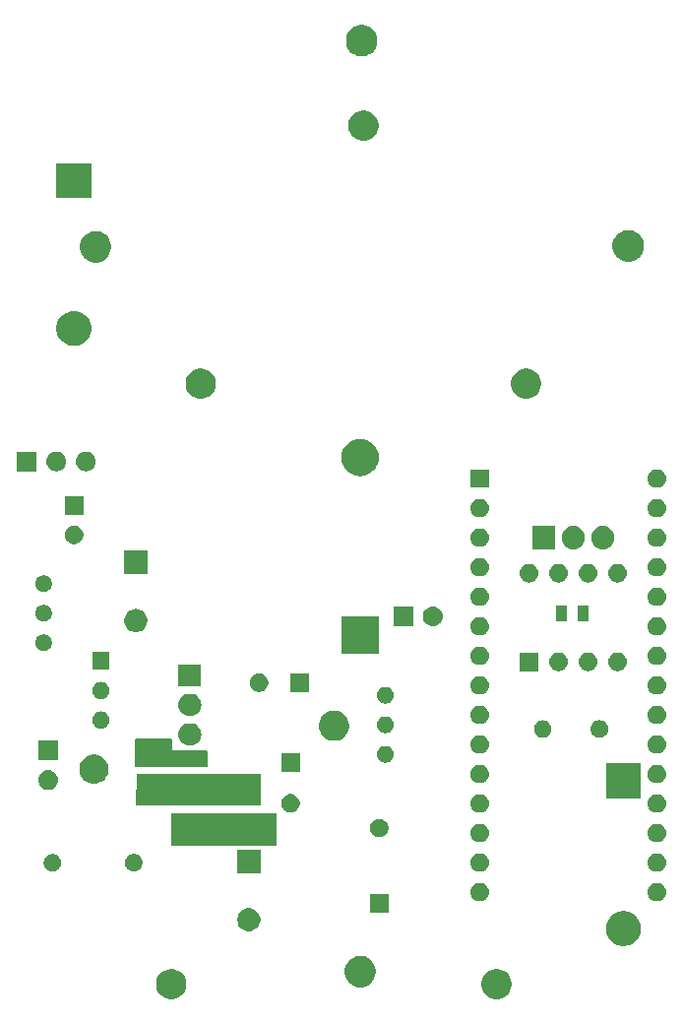
<source format=gbr>
G04 #@! TF.GenerationSoftware,KiCad,Pcbnew,(5.0.2)-1*
G04 #@! TF.CreationDate,2019-04-21T19:49:24-04:00*
G04 #@! TF.ProjectId,_saved__saved_tDCS,5f736176-6564-45f5-9f73-617665645f74,rev?*
G04 #@! TF.SameCoordinates,Original*
G04 #@! TF.FileFunction,Soldermask,Bot*
G04 #@! TF.FilePolarity,Negative*
%FSLAX46Y46*%
G04 Gerber Fmt 4.6, Leading zero omitted, Abs format (unit mm)*
G04 Created by KiCad (PCBNEW (5.0.2)-1) date 4/21/2019 7:49:24 PM*
%MOMM*%
%LPD*%
G01*
G04 APERTURE LIST*
%ADD10C,0.150000*%
%ADD11C,0.100000*%
G04 APERTURE END LIST*
D10*
G36*
X213614000Y-99568000D02*
X216662000Y-99568000D01*
X216662000Y-100584000D01*
X219710000Y-100584000D01*
X219710000Y-101854000D01*
X213614000Y-101854000D01*
X213614000Y-99568000D01*
G37*
X213614000Y-99568000D02*
X216662000Y-99568000D01*
X216662000Y-100584000D01*
X219710000Y-100584000D01*
X219710000Y-101854000D01*
X213614000Y-101854000D01*
X213614000Y-99568000D01*
D11*
G36*
X245029196Y-119374958D02*
X245265780Y-119472954D01*
X245478705Y-119615226D01*
X245659774Y-119796295D01*
X245802046Y-120009220D01*
X245900042Y-120245804D01*
X245950000Y-120496960D01*
X245950000Y-120753040D01*
X245900042Y-121004196D01*
X245802046Y-121240780D01*
X245659774Y-121453705D01*
X245478705Y-121634774D01*
X245265780Y-121777046D01*
X245029196Y-121875042D01*
X244778040Y-121925000D01*
X244521960Y-121925000D01*
X244270804Y-121875042D01*
X244034220Y-121777046D01*
X243821295Y-121634774D01*
X243640226Y-121453705D01*
X243497954Y-121240780D01*
X243399958Y-121004196D01*
X243350000Y-120753040D01*
X243350000Y-120496960D01*
X243399958Y-120245804D01*
X243497954Y-120009220D01*
X243640226Y-119796295D01*
X243821295Y-119615226D01*
X244034220Y-119472954D01*
X244270804Y-119374958D01*
X244521960Y-119325000D01*
X244778040Y-119325000D01*
X245029196Y-119374958D01*
X245029196Y-119374958D01*
G37*
G36*
X217029196Y-119374958D02*
X217265780Y-119472954D01*
X217478705Y-119615226D01*
X217659774Y-119796295D01*
X217802046Y-120009220D01*
X217900042Y-120245804D01*
X217950000Y-120496960D01*
X217950000Y-120753040D01*
X217900042Y-121004196D01*
X217802046Y-121240780D01*
X217659774Y-121453705D01*
X217478705Y-121634774D01*
X217265780Y-121777046D01*
X217029196Y-121875042D01*
X216778040Y-121925000D01*
X216521960Y-121925000D01*
X216270804Y-121875042D01*
X216034220Y-121777046D01*
X215821295Y-121634774D01*
X215640226Y-121453705D01*
X215497954Y-121240780D01*
X215399958Y-121004196D01*
X215350000Y-120753040D01*
X215350000Y-120496960D01*
X215399958Y-120245804D01*
X215497954Y-120009220D01*
X215640226Y-119796295D01*
X215821295Y-119615226D01*
X216034220Y-119472954D01*
X216270804Y-119374958D01*
X216521960Y-119325000D01*
X216778040Y-119325000D01*
X217029196Y-119374958D01*
X217029196Y-119374958D01*
G37*
G36*
X233303778Y-118261879D02*
X233549466Y-118363646D01*
X233770578Y-118511389D01*
X233958611Y-118699422D01*
X234106354Y-118920534D01*
X234208121Y-119166222D01*
X234260000Y-119427035D01*
X234260000Y-119692965D01*
X234208121Y-119953778D01*
X234106354Y-120199466D01*
X233958611Y-120420578D01*
X233770578Y-120608611D01*
X233549466Y-120756354D01*
X233303778Y-120858121D01*
X233042965Y-120910000D01*
X232777035Y-120910000D01*
X232516222Y-120858121D01*
X232270534Y-120756354D01*
X232049422Y-120608611D01*
X231861389Y-120420578D01*
X231713646Y-120199466D01*
X231611879Y-119953778D01*
X231560000Y-119692965D01*
X231560000Y-119427035D01*
X231611879Y-119166222D01*
X231713646Y-118920534D01*
X231861389Y-118699422D01*
X232049422Y-118511389D01*
X232270534Y-118363646D01*
X232516222Y-118261879D01*
X232777035Y-118210000D01*
X233042965Y-118210000D01*
X233303778Y-118261879D01*
X233303778Y-118261879D01*
G37*
G36*
X255890935Y-114413429D02*
X255987534Y-114432644D01*
X256260517Y-114545717D01*
X256381150Y-114626322D01*
X256506197Y-114709876D01*
X256715124Y-114918803D01*
X256715126Y-114918806D01*
X256879283Y-115164483D01*
X256973395Y-115391689D01*
X256992356Y-115437467D01*
X257050000Y-115727261D01*
X257050000Y-116022739D01*
X256992356Y-116312533D01*
X256879284Y-116585515D01*
X256715124Y-116831197D01*
X256506197Y-117040124D01*
X256506194Y-117040126D01*
X256260517Y-117204283D01*
X255987534Y-117317356D01*
X255890935Y-117336571D01*
X255697739Y-117375000D01*
X255402261Y-117375000D01*
X255209065Y-117336571D01*
X255112466Y-117317356D01*
X254839483Y-117204283D01*
X254593806Y-117040126D01*
X254593803Y-117040124D01*
X254384876Y-116831197D01*
X254220716Y-116585515D01*
X254107644Y-116312533D01*
X254050000Y-116022739D01*
X254050000Y-115727261D01*
X254107644Y-115437467D01*
X254126606Y-115391689D01*
X254220717Y-115164483D01*
X254384874Y-114918806D01*
X254384876Y-114918803D01*
X254593803Y-114709876D01*
X254718850Y-114626322D01*
X254839483Y-114545717D01*
X255112466Y-114432644D01*
X255209065Y-114413429D01*
X255402261Y-114375000D01*
X255697739Y-114375000D01*
X255890935Y-114413429D01*
X255890935Y-114413429D01*
G37*
G36*
X223500770Y-114115372D02*
X223616689Y-114138429D01*
X223798678Y-114213811D01*
X223962463Y-114323249D01*
X224101751Y-114462537D01*
X224211189Y-114626322D01*
X224286571Y-114808311D01*
X224325000Y-115001509D01*
X224325000Y-115198491D01*
X224286571Y-115391689D01*
X224211189Y-115573678D01*
X224101751Y-115737463D01*
X223962463Y-115876751D01*
X223798678Y-115986189D01*
X223616689Y-116061571D01*
X223500770Y-116084628D01*
X223423493Y-116100000D01*
X223226507Y-116100000D01*
X223149230Y-116084628D01*
X223033311Y-116061571D01*
X222851322Y-115986189D01*
X222687537Y-115876751D01*
X222548249Y-115737463D01*
X222438811Y-115573678D01*
X222363429Y-115391689D01*
X222325000Y-115198491D01*
X222325000Y-115001509D01*
X222363429Y-114808311D01*
X222438811Y-114626322D01*
X222548249Y-114462537D01*
X222687537Y-114323249D01*
X222851322Y-114213811D01*
X223033311Y-114138429D01*
X223149230Y-114115372D01*
X223226507Y-114100000D01*
X223423493Y-114100000D01*
X223500770Y-114115372D01*
X223500770Y-114115372D01*
G37*
G36*
X235330000Y-114520000D02*
X233730000Y-114520000D01*
X233730000Y-112920000D01*
X235330000Y-112920000D01*
X235330000Y-114520000D01*
X235330000Y-114520000D01*
G37*
G36*
X258537649Y-111937717D02*
X258576827Y-111941576D01*
X258652228Y-111964449D01*
X258727629Y-111987321D01*
X258866608Y-112061608D01*
X258988422Y-112161578D01*
X259088392Y-112283392D01*
X259162679Y-112422371D01*
X259208424Y-112573174D01*
X259223870Y-112730000D01*
X259208424Y-112886826D01*
X259162679Y-113037629D01*
X259088392Y-113176608D01*
X258988422Y-113298422D01*
X258866608Y-113398392D01*
X258727629Y-113472679D01*
X258652228Y-113495551D01*
X258576827Y-113518424D01*
X258537649Y-113522283D01*
X258459295Y-113530000D01*
X258380705Y-113530000D01*
X258302351Y-113522283D01*
X258263173Y-113518424D01*
X258187772Y-113495551D01*
X258112371Y-113472679D01*
X257973392Y-113398392D01*
X257851578Y-113298422D01*
X257751608Y-113176608D01*
X257677321Y-113037629D01*
X257631576Y-112886826D01*
X257616130Y-112730000D01*
X257631576Y-112573174D01*
X257677321Y-112422371D01*
X257751608Y-112283392D01*
X257851578Y-112161578D01*
X257973392Y-112061608D01*
X258112371Y-111987321D01*
X258187772Y-111964449D01*
X258263173Y-111941576D01*
X258302351Y-111937717D01*
X258380705Y-111930000D01*
X258459295Y-111930000D01*
X258537649Y-111937717D01*
X258537649Y-111937717D01*
G37*
G36*
X243297649Y-111937717D02*
X243336827Y-111941576D01*
X243412228Y-111964449D01*
X243487629Y-111987321D01*
X243626608Y-112061608D01*
X243748422Y-112161578D01*
X243848392Y-112283392D01*
X243922679Y-112422371D01*
X243968424Y-112573174D01*
X243983870Y-112730000D01*
X243968424Y-112886826D01*
X243922679Y-113037629D01*
X243848392Y-113176608D01*
X243748422Y-113298422D01*
X243626608Y-113398392D01*
X243487629Y-113472679D01*
X243412228Y-113495551D01*
X243336827Y-113518424D01*
X243297649Y-113522283D01*
X243219295Y-113530000D01*
X243140705Y-113530000D01*
X243062351Y-113522283D01*
X243023173Y-113518424D01*
X242947772Y-113495551D01*
X242872371Y-113472679D01*
X242733392Y-113398392D01*
X242611578Y-113298422D01*
X242511608Y-113176608D01*
X242437321Y-113037629D01*
X242391576Y-112886826D01*
X242376130Y-112730000D01*
X242391576Y-112573174D01*
X242437321Y-112422371D01*
X242511608Y-112283392D01*
X242611578Y-112161578D01*
X242733392Y-112061608D01*
X242872371Y-111987321D01*
X242947772Y-111964449D01*
X243023173Y-111941576D01*
X243062351Y-111937717D01*
X243140705Y-111930000D01*
X243219295Y-111930000D01*
X243297649Y-111937717D01*
X243297649Y-111937717D01*
G37*
G36*
X224325000Y-111100000D02*
X222325000Y-111100000D01*
X222325000Y-109100000D01*
X224325000Y-109100000D01*
X224325000Y-111100000D01*
X224325000Y-111100000D01*
G37*
G36*
X243297649Y-109397717D02*
X243336827Y-109401576D01*
X243412227Y-109424448D01*
X243487629Y-109447321D01*
X243626608Y-109521608D01*
X243748422Y-109621578D01*
X243848392Y-109743392D01*
X243922679Y-109882371D01*
X243968424Y-110033174D01*
X243983870Y-110190000D01*
X243968424Y-110346826D01*
X243922679Y-110497629D01*
X243848392Y-110636608D01*
X243748422Y-110758422D01*
X243626608Y-110858392D01*
X243487629Y-110932679D01*
X243412227Y-110955552D01*
X243336827Y-110978424D01*
X243297649Y-110982283D01*
X243219295Y-110990000D01*
X243140705Y-110990000D01*
X243062351Y-110982283D01*
X243023173Y-110978424D01*
X242947772Y-110955551D01*
X242872371Y-110932679D01*
X242733392Y-110858392D01*
X242611578Y-110758422D01*
X242511608Y-110636608D01*
X242437321Y-110497629D01*
X242391576Y-110346826D01*
X242376130Y-110190000D01*
X242391576Y-110033174D01*
X242437321Y-109882371D01*
X242511608Y-109743392D01*
X242611578Y-109621578D01*
X242733392Y-109521608D01*
X242872371Y-109447321D01*
X242947773Y-109424448D01*
X243023173Y-109401576D01*
X243062351Y-109397717D01*
X243140705Y-109390000D01*
X243219295Y-109390000D01*
X243297649Y-109397717D01*
X243297649Y-109397717D01*
G37*
G36*
X258537649Y-109397717D02*
X258576827Y-109401576D01*
X258652227Y-109424448D01*
X258727629Y-109447321D01*
X258866608Y-109521608D01*
X258988422Y-109621578D01*
X259088392Y-109743392D01*
X259162679Y-109882371D01*
X259208424Y-110033174D01*
X259223870Y-110190000D01*
X259208424Y-110346826D01*
X259162679Y-110497629D01*
X259088392Y-110636608D01*
X258988422Y-110758422D01*
X258866608Y-110858392D01*
X258727629Y-110932679D01*
X258652227Y-110955552D01*
X258576827Y-110978424D01*
X258537649Y-110982283D01*
X258459295Y-110990000D01*
X258380705Y-110990000D01*
X258302351Y-110982283D01*
X258263173Y-110978424D01*
X258187772Y-110955551D01*
X258112371Y-110932679D01*
X257973392Y-110858392D01*
X257851578Y-110758422D01*
X257751608Y-110636608D01*
X257677321Y-110497629D01*
X257631576Y-110346826D01*
X257616130Y-110190000D01*
X257631576Y-110033174D01*
X257677321Y-109882371D01*
X257751608Y-109743392D01*
X257851578Y-109621578D01*
X257973392Y-109521608D01*
X258112371Y-109447321D01*
X258187773Y-109424448D01*
X258263173Y-109401576D01*
X258302351Y-109397717D01*
X258380705Y-109390000D01*
X258459295Y-109390000D01*
X258537649Y-109397717D01*
X258537649Y-109397717D01*
G37*
G36*
X206571318Y-109464411D02*
X206643767Y-109478822D01*
X206700303Y-109502240D01*
X206780257Y-109535358D01*
X206903100Y-109617439D01*
X207007561Y-109721900D01*
X207089642Y-109844743D01*
X207105228Y-109882371D01*
X207146178Y-109981233D01*
X207156510Y-110033174D01*
X207175000Y-110126130D01*
X207175000Y-110273870D01*
X207146178Y-110418766D01*
X207089642Y-110555257D01*
X207007561Y-110678100D01*
X206903100Y-110782561D01*
X206780257Y-110864642D01*
X206700303Y-110897760D01*
X206643767Y-110921178D01*
X206571318Y-110935589D01*
X206498870Y-110950000D01*
X206351130Y-110950000D01*
X206278682Y-110935589D01*
X206206233Y-110921178D01*
X206149697Y-110897760D01*
X206069743Y-110864642D01*
X205946900Y-110782561D01*
X205842439Y-110678100D01*
X205760358Y-110555257D01*
X205703822Y-110418766D01*
X205675000Y-110273870D01*
X205675000Y-110126130D01*
X205693490Y-110033174D01*
X205703822Y-109981233D01*
X205744772Y-109882371D01*
X205760358Y-109844743D01*
X205842439Y-109721900D01*
X205946900Y-109617439D01*
X206069743Y-109535358D01*
X206149697Y-109502240D01*
X206206233Y-109478822D01*
X206278682Y-109464411D01*
X206351130Y-109450000D01*
X206498870Y-109450000D01*
X206571318Y-109464411D01*
X206571318Y-109464411D01*
G37*
G36*
X213571318Y-109464411D02*
X213643767Y-109478822D01*
X213700303Y-109502240D01*
X213780257Y-109535358D01*
X213903100Y-109617439D01*
X214007561Y-109721900D01*
X214089642Y-109844743D01*
X214105228Y-109882371D01*
X214146178Y-109981233D01*
X214156510Y-110033174D01*
X214175000Y-110126130D01*
X214175000Y-110273870D01*
X214146178Y-110418766D01*
X214089642Y-110555257D01*
X214007561Y-110678100D01*
X213903100Y-110782561D01*
X213780257Y-110864642D01*
X213700303Y-110897760D01*
X213643767Y-110921178D01*
X213571318Y-110935589D01*
X213498870Y-110950000D01*
X213351130Y-110950000D01*
X213278682Y-110935589D01*
X213206233Y-110921178D01*
X213149697Y-110897760D01*
X213069743Y-110864642D01*
X212946900Y-110782561D01*
X212842439Y-110678100D01*
X212760358Y-110555257D01*
X212703822Y-110418766D01*
X212675000Y-110273870D01*
X212675000Y-110126130D01*
X212693490Y-110033174D01*
X212703822Y-109981233D01*
X212744772Y-109882371D01*
X212760358Y-109844743D01*
X212842439Y-109721900D01*
X212946900Y-109617439D01*
X213069743Y-109535358D01*
X213149697Y-109502240D01*
X213206233Y-109478822D01*
X213278682Y-109464411D01*
X213351130Y-109450000D01*
X213498870Y-109450000D01*
X213571318Y-109464411D01*
X213571318Y-109464411D01*
G37*
G36*
X225700000Y-108775000D02*
X216650000Y-108775000D01*
X216625000Y-105950000D01*
X225700000Y-105950000D01*
X225700000Y-108775000D01*
X225700000Y-108775000D01*
G37*
G36*
X258537649Y-106857717D02*
X258576827Y-106861576D01*
X258652228Y-106884449D01*
X258727629Y-106907321D01*
X258866608Y-106981608D01*
X258988422Y-107081578D01*
X259088392Y-107203392D01*
X259162679Y-107342371D01*
X259208424Y-107493174D01*
X259223870Y-107650000D01*
X259208424Y-107806826D01*
X259162679Y-107957629D01*
X259088392Y-108096608D01*
X258988422Y-108218422D01*
X258866608Y-108318392D01*
X258727629Y-108392679D01*
X258652228Y-108415551D01*
X258576827Y-108438424D01*
X258537649Y-108442283D01*
X258459295Y-108450000D01*
X258380705Y-108450000D01*
X258302351Y-108442283D01*
X258263173Y-108438424D01*
X258187772Y-108415551D01*
X258112371Y-108392679D01*
X257973392Y-108318392D01*
X257851578Y-108218422D01*
X257751608Y-108096608D01*
X257677321Y-107957629D01*
X257631576Y-107806826D01*
X257616130Y-107650000D01*
X257631576Y-107493174D01*
X257677321Y-107342371D01*
X257751608Y-107203392D01*
X257851578Y-107081578D01*
X257973392Y-106981608D01*
X258112371Y-106907321D01*
X258187772Y-106884449D01*
X258263173Y-106861576D01*
X258302351Y-106857717D01*
X258380705Y-106850000D01*
X258459295Y-106850000D01*
X258537649Y-106857717D01*
X258537649Y-106857717D01*
G37*
G36*
X243297649Y-106857717D02*
X243336827Y-106861576D01*
X243412228Y-106884449D01*
X243487629Y-106907321D01*
X243626608Y-106981608D01*
X243748422Y-107081578D01*
X243848392Y-107203392D01*
X243922679Y-107342371D01*
X243968424Y-107493174D01*
X243983870Y-107650000D01*
X243968424Y-107806826D01*
X243922679Y-107957629D01*
X243848392Y-108096608D01*
X243748422Y-108218422D01*
X243626608Y-108318392D01*
X243487629Y-108392679D01*
X243412228Y-108415551D01*
X243336827Y-108438424D01*
X243297649Y-108442283D01*
X243219295Y-108450000D01*
X243140705Y-108450000D01*
X243062351Y-108442283D01*
X243023173Y-108438424D01*
X242947772Y-108415551D01*
X242872371Y-108392679D01*
X242733392Y-108318392D01*
X242611578Y-108218422D01*
X242511608Y-108096608D01*
X242437321Y-107957629D01*
X242391576Y-107806826D01*
X242376130Y-107650000D01*
X242391576Y-107493174D01*
X242437321Y-107342371D01*
X242511608Y-107203392D01*
X242611578Y-107081578D01*
X242733392Y-106981608D01*
X242872371Y-106907321D01*
X242947772Y-106884449D01*
X243023173Y-106861576D01*
X243062351Y-106857717D01*
X243140705Y-106850000D01*
X243219295Y-106850000D01*
X243297649Y-106857717D01*
X243297649Y-106857717D01*
G37*
G36*
X234763352Y-106450743D02*
X234908941Y-106511048D01*
X235039973Y-106598601D01*
X235151399Y-106710027D01*
X235238952Y-106841059D01*
X235299257Y-106986648D01*
X235330000Y-107141205D01*
X235330000Y-107298795D01*
X235299257Y-107453352D01*
X235238952Y-107598941D01*
X235151399Y-107729973D01*
X235039973Y-107841399D01*
X234908941Y-107928952D01*
X234763352Y-107989257D01*
X234608795Y-108020000D01*
X234451205Y-108020000D01*
X234296648Y-107989257D01*
X234151059Y-107928952D01*
X234020027Y-107841399D01*
X233908601Y-107729973D01*
X233821048Y-107598941D01*
X233760743Y-107453352D01*
X233730000Y-107298795D01*
X233730000Y-107141205D01*
X233760743Y-106986648D01*
X233821048Y-106841059D01*
X233908601Y-106710027D01*
X234020027Y-106598601D01*
X234151059Y-106511048D01*
X234296648Y-106450743D01*
X234451205Y-106420000D01*
X234608795Y-106420000D01*
X234763352Y-106450743D01*
X234763352Y-106450743D01*
G37*
G36*
X258537649Y-104317717D02*
X258576827Y-104321576D01*
X258652228Y-104344449D01*
X258727629Y-104367321D01*
X258866608Y-104441608D01*
X258988422Y-104541578D01*
X259088392Y-104663392D01*
X259162679Y-104802371D01*
X259162679Y-104802372D01*
X259208424Y-104953173D01*
X259223870Y-105110000D01*
X259217095Y-105178793D01*
X259208424Y-105266826D01*
X259162679Y-105417629D01*
X259088392Y-105556608D01*
X258988422Y-105678422D01*
X258866608Y-105778392D01*
X258727629Y-105852679D01*
X258672978Y-105869257D01*
X258576827Y-105898424D01*
X258560825Y-105900000D01*
X258459295Y-105910000D01*
X258380705Y-105910000D01*
X258279175Y-105900000D01*
X258263173Y-105898424D01*
X258167022Y-105869257D01*
X258112371Y-105852679D01*
X257973392Y-105778392D01*
X257851578Y-105678422D01*
X257751608Y-105556608D01*
X257677321Y-105417629D01*
X257631576Y-105266826D01*
X257622906Y-105178793D01*
X257616130Y-105110000D01*
X257631576Y-104953173D01*
X257677321Y-104802372D01*
X257677321Y-104802371D01*
X257751608Y-104663392D01*
X257851578Y-104541578D01*
X257973392Y-104441608D01*
X258112371Y-104367321D01*
X258187772Y-104344449D01*
X258263173Y-104321576D01*
X258302351Y-104317717D01*
X258380705Y-104310000D01*
X258459295Y-104310000D01*
X258537649Y-104317717D01*
X258537649Y-104317717D01*
G37*
G36*
X243297649Y-104317717D02*
X243336827Y-104321576D01*
X243412228Y-104344449D01*
X243487629Y-104367321D01*
X243626608Y-104441608D01*
X243748422Y-104541578D01*
X243848392Y-104663392D01*
X243922679Y-104802371D01*
X243922679Y-104802372D01*
X243968424Y-104953173D01*
X243983870Y-105110000D01*
X243977095Y-105178793D01*
X243968424Y-105266826D01*
X243922679Y-105417629D01*
X243848392Y-105556608D01*
X243748422Y-105678422D01*
X243626608Y-105778392D01*
X243487629Y-105852679D01*
X243432978Y-105869257D01*
X243336827Y-105898424D01*
X243320825Y-105900000D01*
X243219295Y-105910000D01*
X243140705Y-105910000D01*
X243039175Y-105900000D01*
X243023173Y-105898424D01*
X242927022Y-105869257D01*
X242872371Y-105852679D01*
X242733392Y-105778392D01*
X242611578Y-105678422D01*
X242511608Y-105556608D01*
X242437321Y-105417629D01*
X242391576Y-105266826D01*
X242382906Y-105178793D01*
X242376130Y-105110000D01*
X242391576Y-104953173D01*
X242437321Y-104802372D01*
X242437321Y-104802371D01*
X242511608Y-104663392D01*
X242611578Y-104541578D01*
X242733392Y-104441608D01*
X242872371Y-104367321D01*
X242947772Y-104344449D01*
X243023173Y-104321576D01*
X243062351Y-104317717D01*
X243140705Y-104310000D01*
X243219295Y-104310000D01*
X243297649Y-104317717D01*
X243297649Y-104317717D01*
G37*
G36*
X227133352Y-104330743D02*
X227278941Y-104391048D01*
X227409973Y-104478601D01*
X227521399Y-104590027D01*
X227608952Y-104721059D01*
X227669257Y-104866648D01*
X227700000Y-105021205D01*
X227700000Y-105178795D01*
X227669257Y-105333352D01*
X227608952Y-105478941D01*
X227521399Y-105609973D01*
X227409973Y-105721399D01*
X227278941Y-105808952D01*
X227133352Y-105869257D01*
X226978795Y-105900000D01*
X226821205Y-105900000D01*
X226666648Y-105869257D01*
X226521059Y-105808952D01*
X226390027Y-105721399D01*
X226278601Y-105609973D01*
X226191048Y-105478941D01*
X226130743Y-105333352D01*
X226100000Y-105178795D01*
X226100000Y-105021205D01*
X226130743Y-104866648D01*
X226191048Y-104721059D01*
X226278601Y-104590027D01*
X226390027Y-104478601D01*
X226521059Y-104391048D01*
X226666648Y-104330743D01*
X226821205Y-104300000D01*
X226978795Y-104300000D01*
X227133352Y-104330743D01*
X227133352Y-104330743D01*
G37*
G36*
X224325000Y-105250000D02*
X213625000Y-105250000D01*
X213650000Y-102600000D01*
X224350000Y-102600000D01*
X224325000Y-105250000D01*
X224325000Y-105250000D01*
G37*
G36*
X257050000Y-104675000D02*
X254050000Y-104675000D01*
X254050000Y-101675000D01*
X257050000Y-101675000D01*
X257050000Y-104675000D01*
X257050000Y-104675000D01*
G37*
G36*
X206216630Y-102262299D02*
X206376855Y-102310903D01*
X206524520Y-102389831D01*
X206653949Y-102496051D01*
X206760169Y-102625480D01*
X206839097Y-102773145D01*
X206887701Y-102933370D01*
X206904112Y-103100000D01*
X206887701Y-103266630D01*
X206839097Y-103426855D01*
X206760169Y-103574520D01*
X206653949Y-103703949D01*
X206524520Y-103810169D01*
X206376855Y-103889097D01*
X206216630Y-103937701D01*
X206091752Y-103950000D01*
X206008248Y-103950000D01*
X205883370Y-103937701D01*
X205723145Y-103889097D01*
X205575480Y-103810169D01*
X205446051Y-103703949D01*
X205339831Y-103574520D01*
X205260903Y-103426855D01*
X205212299Y-103266630D01*
X205195888Y-103100000D01*
X205212299Y-102933370D01*
X205260903Y-102773145D01*
X205339831Y-102625480D01*
X205446051Y-102496051D01*
X205575480Y-102389831D01*
X205723145Y-102310903D01*
X205883370Y-102262299D01*
X206008248Y-102250000D01*
X206091752Y-102250000D01*
X206216630Y-102262299D01*
X206216630Y-102262299D01*
G37*
G36*
X210354612Y-100958037D02*
X210582096Y-101052264D01*
X210786831Y-101189064D01*
X210960936Y-101363169D01*
X211097736Y-101567904D01*
X211191963Y-101795388D01*
X211240000Y-102036885D01*
X211240000Y-102283115D01*
X211191963Y-102524612D01*
X211097736Y-102752096D01*
X210960936Y-102956831D01*
X210786831Y-103130936D01*
X210582096Y-103267736D01*
X210354612Y-103361963D01*
X210113115Y-103410000D01*
X209866885Y-103410000D01*
X209625388Y-103361963D01*
X209397904Y-103267736D01*
X209193169Y-103130936D01*
X209019064Y-102956831D01*
X208882264Y-102752096D01*
X208788037Y-102524612D01*
X208740000Y-102283115D01*
X208740000Y-102036885D01*
X208788037Y-101795388D01*
X208882264Y-101567904D01*
X209019064Y-101363169D01*
X209193169Y-101189064D01*
X209397904Y-101052264D01*
X209625388Y-100958037D01*
X209866885Y-100910000D01*
X210113115Y-100910000D01*
X210354612Y-100958037D01*
X210354612Y-100958037D01*
G37*
G36*
X243297649Y-101777717D02*
X243336827Y-101781576D01*
X243382359Y-101795388D01*
X243487629Y-101827321D01*
X243626608Y-101901608D01*
X243748422Y-102001578D01*
X243848392Y-102123392D01*
X243922679Y-102262371D01*
X243937401Y-102310903D01*
X243968424Y-102413173D01*
X243983870Y-102570000D01*
X243968424Y-102726827D01*
X243945552Y-102802227D01*
X243922679Y-102877629D01*
X243848392Y-103016608D01*
X243748422Y-103138422D01*
X243626608Y-103238392D01*
X243487629Y-103312679D01*
X243412228Y-103335551D01*
X243336827Y-103358424D01*
X243300895Y-103361963D01*
X243219295Y-103370000D01*
X243140705Y-103370000D01*
X243059105Y-103361963D01*
X243023173Y-103358424D01*
X242947772Y-103335551D01*
X242872371Y-103312679D01*
X242733392Y-103238392D01*
X242611578Y-103138422D01*
X242511608Y-103016608D01*
X242437321Y-102877629D01*
X242414448Y-102802227D01*
X242391576Y-102726827D01*
X242376130Y-102570000D01*
X242391576Y-102413173D01*
X242422599Y-102310903D01*
X242437321Y-102262371D01*
X242511608Y-102123392D01*
X242611578Y-102001578D01*
X242733392Y-101901608D01*
X242872371Y-101827321D01*
X242977641Y-101795388D01*
X243023173Y-101781576D01*
X243062351Y-101777717D01*
X243140705Y-101770000D01*
X243219295Y-101770000D01*
X243297649Y-101777717D01*
X243297649Y-101777717D01*
G37*
G36*
X258537649Y-101777717D02*
X258576827Y-101781576D01*
X258622359Y-101795388D01*
X258727629Y-101827321D01*
X258866608Y-101901608D01*
X258988422Y-102001578D01*
X259088392Y-102123392D01*
X259162679Y-102262371D01*
X259177401Y-102310903D01*
X259208424Y-102413173D01*
X259223870Y-102570000D01*
X259208424Y-102726827D01*
X259185552Y-102802227D01*
X259162679Y-102877629D01*
X259088392Y-103016608D01*
X258988422Y-103138422D01*
X258866608Y-103238392D01*
X258727629Y-103312679D01*
X258652228Y-103335551D01*
X258576827Y-103358424D01*
X258540895Y-103361963D01*
X258459295Y-103370000D01*
X258380705Y-103370000D01*
X258299105Y-103361963D01*
X258263173Y-103358424D01*
X258187772Y-103335551D01*
X258112371Y-103312679D01*
X257973392Y-103238392D01*
X257851578Y-103138422D01*
X257751608Y-103016608D01*
X257677321Y-102877629D01*
X257654448Y-102802227D01*
X257631576Y-102726827D01*
X257616130Y-102570000D01*
X257631576Y-102413173D01*
X257662599Y-102310903D01*
X257677321Y-102262371D01*
X257751608Y-102123392D01*
X257851578Y-102001578D01*
X257973392Y-101901608D01*
X258112371Y-101827321D01*
X258217641Y-101795388D01*
X258263173Y-101781576D01*
X258302351Y-101777717D01*
X258380705Y-101770000D01*
X258459295Y-101770000D01*
X258537649Y-101777717D01*
X258537649Y-101777717D01*
G37*
G36*
X227700000Y-102400000D02*
X226100000Y-102400000D01*
X226100000Y-100800000D01*
X227700000Y-100800000D01*
X227700000Y-102400000D01*
X227700000Y-102400000D01*
G37*
G36*
X235285015Y-100182668D02*
X235416049Y-100236944D01*
X235533975Y-100315740D01*
X235634260Y-100416025D01*
X235713056Y-100533951D01*
X235767332Y-100664985D01*
X235795000Y-100804085D01*
X235795000Y-100945915D01*
X235767332Y-101085015D01*
X235713056Y-101216049D01*
X235634260Y-101333975D01*
X235533975Y-101434260D01*
X235416049Y-101513056D01*
X235285015Y-101567332D01*
X235145915Y-101595000D01*
X235004085Y-101595000D01*
X234864985Y-101567332D01*
X234733951Y-101513056D01*
X234616025Y-101434260D01*
X234515740Y-101333975D01*
X234436944Y-101216049D01*
X234382668Y-101085015D01*
X234355000Y-100945915D01*
X234355000Y-100804085D01*
X234382668Y-100664985D01*
X234436944Y-100533951D01*
X234515740Y-100416025D01*
X234616025Y-100315740D01*
X234733951Y-100236944D01*
X234864985Y-100182668D01*
X235004085Y-100155000D01*
X235145915Y-100155000D01*
X235285015Y-100182668D01*
X235285015Y-100182668D01*
G37*
G36*
X206900000Y-101410000D02*
X205200000Y-101410000D01*
X205200000Y-99710000D01*
X206900000Y-99710000D01*
X206900000Y-101410000D01*
X206900000Y-101410000D01*
G37*
G36*
X258537649Y-99237717D02*
X258576827Y-99241576D01*
X258652227Y-99264448D01*
X258727629Y-99287321D01*
X258866608Y-99361608D01*
X258988422Y-99461578D01*
X259088392Y-99583392D01*
X259162679Y-99722371D01*
X259162679Y-99722372D01*
X259208424Y-99873173D01*
X259223870Y-100030000D01*
X259208834Y-100182669D01*
X259208424Y-100186826D01*
X259162679Y-100337629D01*
X259088392Y-100476608D01*
X258988422Y-100598422D01*
X258866608Y-100698392D01*
X258727629Y-100772679D01*
X258652228Y-100795551D01*
X258576827Y-100818424D01*
X258537649Y-100822283D01*
X258459295Y-100830000D01*
X258380705Y-100830000D01*
X258302351Y-100822283D01*
X258263173Y-100818424D01*
X258187772Y-100795551D01*
X258112371Y-100772679D01*
X257973392Y-100698392D01*
X257851578Y-100598422D01*
X257751608Y-100476608D01*
X257677321Y-100337629D01*
X257631576Y-100186826D01*
X257631167Y-100182669D01*
X257616130Y-100030000D01*
X257631576Y-99873173D01*
X257677321Y-99722372D01*
X257677321Y-99722371D01*
X257751608Y-99583392D01*
X257851578Y-99461578D01*
X257973392Y-99361608D01*
X258112371Y-99287321D01*
X258187773Y-99264448D01*
X258263173Y-99241576D01*
X258302351Y-99237717D01*
X258380705Y-99230000D01*
X258459295Y-99230000D01*
X258537649Y-99237717D01*
X258537649Y-99237717D01*
G37*
G36*
X243297649Y-99237717D02*
X243336827Y-99241576D01*
X243412227Y-99264448D01*
X243487629Y-99287321D01*
X243626608Y-99361608D01*
X243748422Y-99461578D01*
X243848392Y-99583392D01*
X243922679Y-99722371D01*
X243922679Y-99722372D01*
X243968424Y-99873173D01*
X243983870Y-100030000D01*
X243968834Y-100182669D01*
X243968424Y-100186826D01*
X243922679Y-100337629D01*
X243848392Y-100476608D01*
X243748422Y-100598422D01*
X243626608Y-100698392D01*
X243487629Y-100772679D01*
X243412228Y-100795551D01*
X243336827Y-100818424D01*
X243297649Y-100822283D01*
X243219295Y-100830000D01*
X243140705Y-100830000D01*
X243062351Y-100822283D01*
X243023173Y-100818424D01*
X242947772Y-100795551D01*
X242872371Y-100772679D01*
X242733392Y-100698392D01*
X242611578Y-100598422D01*
X242511608Y-100476608D01*
X242437321Y-100337629D01*
X242391576Y-100186826D01*
X242391167Y-100182669D01*
X242376130Y-100030000D01*
X242391576Y-99873173D01*
X242437321Y-99722372D01*
X242437321Y-99722371D01*
X242511608Y-99583392D01*
X242611578Y-99461578D01*
X242733392Y-99361608D01*
X242872371Y-99287321D01*
X242947773Y-99264448D01*
X243023173Y-99241576D01*
X243062351Y-99237717D01*
X243140705Y-99230000D01*
X243219295Y-99230000D01*
X243297649Y-99237717D01*
X243297649Y-99237717D01*
G37*
G36*
X218464224Y-98231282D02*
X218643769Y-98285747D01*
X218809241Y-98374193D01*
X218954278Y-98493222D01*
X219073307Y-98638259D01*
X219161753Y-98803731D01*
X219216218Y-98983276D01*
X219234608Y-99170000D01*
X219216218Y-99356724D01*
X219161753Y-99536269D01*
X219073307Y-99701741D01*
X218954278Y-99846778D01*
X218809241Y-99965807D01*
X218643769Y-100054253D01*
X218464224Y-100108718D01*
X218324289Y-100122500D01*
X218135711Y-100122500D01*
X217995776Y-100108718D01*
X217816231Y-100054253D01*
X217650759Y-99965807D01*
X217505722Y-99846778D01*
X217386693Y-99701741D01*
X217298247Y-99536269D01*
X217243782Y-99356724D01*
X217225392Y-99170000D01*
X217243782Y-98983276D01*
X217298247Y-98803731D01*
X217386693Y-98638259D01*
X217505722Y-98493222D01*
X217650759Y-98374193D01*
X217816231Y-98285747D01*
X217995776Y-98231282D01*
X218135711Y-98217500D01*
X218324289Y-98217500D01*
X218464224Y-98231282D01*
X218464224Y-98231282D01*
G37*
G36*
X231029196Y-97174958D02*
X231265780Y-97272954D01*
X231478705Y-97415226D01*
X231659774Y-97596295D01*
X231802046Y-97809220D01*
X231900042Y-98045804D01*
X231950000Y-98296960D01*
X231950000Y-98553040D01*
X231900042Y-98804196D01*
X231802046Y-99040780D01*
X231659774Y-99253705D01*
X231478705Y-99434774D01*
X231265780Y-99577046D01*
X231029196Y-99675042D01*
X230778040Y-99725000D01*
X230521960Y-99725000D01*
X230270804Y-99675042D01*
X230034220Y-99577046D01*
X229821295Y-99434774D01*
X229640226Y-99253705D01*
X229497954Y-99040780D01*
X229399958Y-98804196D01*
X229350000Y-98553040D01*
X229350000Y-98296960D01*
X229399958Y-98045804D01*
X229497954Y-97809220D01*
X229640226Y-97596295D01*
X229821295Y-97415226D01*
X230034220Y-97272954D01*
X230270804Y-97174958D01*
X230521960Y-97125000D01*
X230778040Y-97125000D01*
X231029196Y-97174958D01*
X231029196Y-97174958D01*
G37*
G36*
X253626318Y-97964411D02*
X253698767Y-97978822D01*
X253755303Y-98002240D01*
X253835257Y-98035358D01*
X253958100Y-98117439D01*
X254062561Y-98221900D01*
X254144642Y-98344743D01*
X254156840Y-98374193D01*
X254201178Y-98481233D01*
X254207410Y-98512563D01*
X254223737Y-98594642D01*
X254230000Y-98626131D01*
X254230000Y-98773869D01*
X254206053Y-98894261D01*
X254201178Y-98918766D01*
X254144642Y-99055257D01*
X254062561Y-99178100D01*
X253958100Y-99282561D01*
X253835257Y-99364642D01*
X253755303Y-99397760D01*
X253698767Y-99421178D01*
X253630415Y-99434774D01*
X253553870Y-99450000D01*
X253406130Y-99450000D01*
X253329585Y-99434774D01*
X253261233Y-99421178D01*
X253204697Y-99397760D01*
X253124743Y-99364642D01*
X253001900Y-99282561D01*
X252897439Y-99178100D01*
X252815358Y-99055257D01*
X252758822Y-98918766D01*
X252753948Y-98894261D01*
X252730000Y-98773869D01*
X252730000Y-98626131D01*
X252736264Y-98594642D01*
X252752590Y-98512563D01*
X252758822Y-98481233D01*
X252803160Y-98374193D01*
X252815358Y-98344743D01*
X252897439Y-98221900D01*
X253001900Y-98117439D01*
X253124743Y-98035358D01*
X253204697Y-98002240D01*
X253261233Y-97978822D01*
X253333682Y-97964411D01*
X253406130Y-97950000D01*
X253553870Y-97950000D01*
X253626318Y-97964411D01*
X253626318Y-97964411D01*
G37*
G36*
X248746318Y-97964411D02*
X248818767Y-97978822D01*
X248875303Y-98002240D01*
X248955257Y-98035358D01*
X249078100Y-98117439D01*
X249182561Y-98221900D01*
X249264642Y-98344743D01*
X249276840Y-98374193D01*
X249321178Y-98481233D01*
X249327410Y-98512563D01*
X249343737Y-98594642D01*
X249350000Y-98626131D01*
X249350000Y-98773869D01*
X249326053Y-98894261D01*
X249321178Y-98918766D01*
X249264642Y-99055257D01*
X249182561Y-99178100D01*
X249078100Y-99282561D01*
X248955257Y-99364642D01*
X248875303Y-99397760D01*
X248818767Y-99421178D01*
X248750415Y-99434774D01*
X248673870Y-99450000D01*
X248526130Y-99450000D01*
X248449585Y-99434774D01*
X248381233Y-99421178D01*
X248324697Y-99397760D01*
X248244743Y-99364642D01*
X248121900Y-99282561D01*
X248017439Y-99178100D01*
X247935358Y-99055257D01*
X247878822Y-98918766D01*
X247873948Y-98894261D01*
X247850000Y-98773869D01*
X247850000Y-98626131D01*
X247856264Y-98594642D01*
X247872590Y-98512563D01*
X247878822Y-98481233D01*
X247923160Y-98374193D01*
X247935358Y-98344743D01*
X248017439Y-98221900D01*
X248121900Y-98117439D01*
X248244743Y-98035358D01*
X248324697Y-98002240D01*
X248381233Y-97978822D01*
X248453682Y-97964411D01*
X248526130Y-97950000D01*
X248673870Y-97950000D01*
X248746318Y-97964411D01*
X248746318Y-97964411D01*
G37*
G36*
X235285015Y-97642668D02*
X235416049Y-97696944D01*
X235533975Y-97775740D01*
X235634260Y-97876025D01*
X235713056Y-97993951D01*
X235767332Y-98124985D01*
X235795000Y-98264085D01*
X235795000Y-98405915D01*
X235767332Y-98545015D01*
X235713056Y-98676049D01*
X235634260Y-98793975D01*
X235533975Y-98894260D01*
X235416049Y-98973056D01*
X235285015Y-99027332D01*
X235145915Y-99055000D01*
X235004085Y-99055000D01*
X234864985Y-99027332D01*
X234733951Y-98973056D01*
X234616025Y-98894260D01*
X234515740Y-98793975D01*
X234436944Y-98676049D01*
X234382668Y-98545015D01*
X234355000Y-98405915D01*
X234355000Y-98264085D01*
X234382668Y-98124985D01*
X234436944Y-97993951D01*
X234515740Y-97876025D01*
X234616025Y-97775740D01*
X234733951Y-97696944D01*
X234864985Y-97642668D01*
X235004085Y-97615000D01*
X235145915Y-97615000D01*
X235285015Y-97642668D01*
X235285015Y-97642668D01*
G37*
G36*
X210746318Y-97194411D02*
X210818767Y-97208822D01*
X210875303Y-97232240D01*
X210955257Y-97265358D01*
X211078100Y-97347439D01*
X211182561Y-97451900D01*
X211264642Y-97574743D01*
X211321178Y-97711234D01*
X211350000Y-97856130D01*
X211350000Y-98003870D01*
X211343736Y-98035359D01*
X211321178Y-98148767D01*
X211297760Y-98205303D01*
X211264642Y-98285257D01*
X211182561Y-98408100D01*
X211078100Y-98512561D01*
X210955257Y-98594642D01*
X210879238Y-98626130D01*
X210818767Y-98651178D01*
X210746318Y-98665589D01*
X210673870Y-98680000D01*
X210526130Y-98680000D01*
X210453682Y-98665589D01*
X210381233Y-98651178D01*
X210320762Y-98626130D01*
X210244743Y-98594642D01*
X210121900Y-98512561D01*
X210017439Y-98408100D01*
X209935358Y-98285257D01*
X209902240Y-98205303D01*
X209878822Y-98148767D01*
X209856264Y-98035359D01*
X209850000Y-98003870D01*
X209850000Y-97856130D01*
X209878822Y-97711234D01*
X209935358Y-97574743D01*
X210017439Y-97451900D01*
X210121900Y-97347439D01*
X210244743Y-97265358D01*
X210324697Y-97232240D01*
X210381233Y-97208822D01*
X210453682Y-97194411D01*
X210526130Y-97180000D01*
X210673870Y-97180000D01*
X210746318Y-97194411D01*
X210746318Y-97194411D01*
G37*
G36*
X258537649Y-96697717D02*
X258576827Y-96701576D01*
X258652228Y-96724449D01*
X258727629Y-96747321D01*
X258866608Y-96821608D01*
X258988422Y-96921578D01*
X259088392Y-97043392D01*
X259162679Y-97182371D01*
X259162679Y-97182372D01*
X259208424Y-97333173D01*
X259223870Y-97490000D01*
X259208834Y-97642669D01*
X259208424Y-97646826D01*
X259162679Y-97797629D01*
X259088392Y-97936608D01*
X258988422Y-98058422D01*
X258866608Y-98158392D01*
X258727629Y-98232679D01*
X258652228Y-98255551D01*
X258576827Y-98278424D01*
X258537649Y-98282283D01*
X258459295Y-98290000D01*
X258380705Y-98290000D01*
X258302351Y-98282283D01*
X258263173Y-98278424D01*
X258187772Y-98255551D01*
X258112371Y-98232679D01*
X257973392Y-98158392D01*
X257851578Y-98058422D01*
X257751608Y-97936608D01*
X257677321Y-97797629D01*
X257631576Y-97646826D01*
X257631167Y-97642669D01*
X257616130Y-97490000D01*
X257631576Y-97333173D01*
X257677321Y-97182372D01*
X257677321Y-97182371D01*
X257751608Y-97043392D01*
X257851578Y-96921578D01*
X257973392Y-96821608D01*
X258112371Y-96747321D01*
X258187772Y-96724449D01*
X258263173Y-96701576D01*
X258302351Y-96697717D01*
X258380705Y-96690000D01*
X258459295Y-96690000D01*
X258537649Y-96697717D01*
X258537649Y-96697717D01*
G37*
G36*
X243297649Y-96697717D02*
X243336827Y-96701576D01*
X243412228Y-96724449D01*
X243487629Y-96747321D01*
X243626608Y-96821608D01*
X243748422Y-96921578D01*
X243848392Y-97043392D01*
X243922679Y-97182371D01*
X243922679Y-97182372D01*
X243968424Y-97333173D01*
X243983870Y-97490000D01*
X243968834Y-97642669D01*
X243968424Y-97646826D01*
X243922679Y-97797629D01*
X243848392Y-97936608D01*
X243748422Y-98058422D01*
X243626608Y-98158392D01*
X243487629Y-98232679D01*
X243412228Y-98255551D01*
X243336827Y-98278424D01*
X243297649Y-98282283D01*
X243219295Y-98290000D01*
X243140705Y-98290000D01*
X243062351Y-98282283D01*
X243023173Y-98278424D01*
X242947772Y-98255551D01*
X242872371Y-98232679D01*
X242733392Y-98158392D01*
X242611578Y-98058422D01*
X242511608Y-97936608D01*
X242437321Y-97797629D01*
X242391576Y-97646826D01*
X242391167Y-97642669D01*
X242376130Y-97490000D01*
X242391576Y-97333173D01*
X242437321Y-97182372D01*
X242437321Y-97182371D01*
X242511608Y-97043392D01*
X242611578Y-96921578D01*
X242733392Y-96821608D01*
X242872371Y-96747321D01*
X242947772Y-96724449D01*
X243023173Y-96701576D01*
X243062351Y-96697717D01*
X243140705Y-96690000D01*
X243219295Y-96690000D01*
X243297649Y-96697717D01*
X243297649Y-96697717D01*
G37*
G36*
X218464224Y-95691282D02*
X218643769Y-95745747D01*
X218809241Y-95834193D01*
X218954278Y-95953222D01*
X219073307Y-96098259D01*
X219161753Y-96263731D01*
X219216218Y-96443276D01*
X219234608Y-96630000D01*
X219216218Y-96816724D01*
X219161753Y-96996269D01*
X219073307Y-97161741D01*
X218954278Y-97306778D01*
X218809241Y-97425807D01*
X218643769Y-97514253D01*
X218464224Y-97568718D01*
X218324289Y-97582500D01*
X218135711Y-97582500D01*
X217995776Y-97568718D01*
X217816231Y-97514253D01*
X217650759Y-97425807D01*
X217505722Y-97306778D01*
X217386693Y-97161741D01*
X217298247Y-96996269D01*
X217243782Y-96816724D01*
X217225392Y-96630000D01*
X217243782Y-96443276D01*
X217298247Y-96263731D01*
X217386693Y-96098259D01*
X217505722Y-95953222D01*
X217650759Y-95834193D01*
X217816231Y-95745747D01*
X217995776Y-95691282D01*
X218135711Y-95677500D01*
X218324289Y-95677500D01*
X218464224Y-95691282D01*
X218464224Y-95691282D01*
G37*
G36*
X235285015Y-95102668D02*
X235416049Y-95156944D01*
X235533975Y-95235740D01*
X235634260Y-95336025D01*
X235713056Y-95453951D01*
X235767332Y-95584985D01*
X235795000Y-95724085D01*
X235795000Y-95865915D01*
X235767332Y-96005015D01*
X235713056Y-96136049D01*
X235634260Y-96253975D01*
X235533975Y-96354260D01*
X235416049Y-96433056D01*
X235285015Y-96487332D01*
X235145915Y-96515000D01*
X235004085Y-96515000D01*
X234864985Y-96487332D01*
X234733951Y-96433056D01*
X234616025Y-96354260D01*
X234515740Y-96253975D01*
X234436944Y-96136049D01*
X234382668Y-96005015D01*
X234355000Y-95865915D01*
X234355000Y-95724085D01*
X234382668Y-95584985D01*
X234436944Y-95453951D01*
X234515740Y-95336025D01*
X234616025Y-95235740D01*
X234733951Y-95156944D01*
X234864985Y-95102668D01*
X235004085Y-95075000D01*
X235145915Y-95075000D01*
X235285015Y-95102668D01*
X235285015Y-95102668D01*
G37*
G36*
X210746318Y-94654411D02*
X210818767Y-94668822D01*
X210875303Y-94692240D01*
X210955257Y-94725358D01*
X211078100Y-94807439D01*
X211182561Y-94911900D01*
X211264642Y-95034743D01*
X211294500Y-95106827D01*
X211321178Y-95171233D01*
X211350000Y-95316131D01*
X211350000Y-95463869D01*
X211321178Y-95608767D01*
X211297760Y-95665303D01*
X211264642Y-95745257D01*
X211182561Y-95868100D01*
X211078100Y-95972561D01*
X210955257Y-96054642D01*
X210875303Y-96087760D01*
X210818767Y-96111178D01*
X210746318Y-96125589D01*
X210673870Y-96140000D01*
X210526130Y-96140000D01*
X210453682Y-96125589D01*
X210381233Y-96111178D01*
X210324697Y-96087760D01*
X210244743Y-96054642D01*
X210121900Y-95972561D01*
X210017439Y-95868100D01*
X209935358Y-95745257D01*
X209902240Y-95665303D01*
X209878822Y-95608767D01*
X209850000Y-95463869D01*
X209850000Y-95316131D01*
X209878822Y-95171233D01*
X209905500Y-95106827D01*
X209935358Y-95034743D01*
X210017439Y-94911900D01*
X210121900Y-94807439D01*
X210244743Y-94725358D01*
X210324697Y-94692240D01*
X210381233Y-94668822D01*
X210453682Y-94654411D01*
X210526130Y-94640000D01*
X210673870Y-94640000D01*
X210746318Y-94654411D01*
X210746318Y-94654411D01*
G37*
G36*
X258537649Y-94157717D02*
X258576827Y-94161576D01*
X258652227Y-94184448D01*
X258727629Y-94207321D01*
X258866608Y-94281608D01*
X258988422Y-94381578D01*
X259088392Y-94503392D01*
X259162679Y-94642371D01*
X259162679Y-94642372D01*
X259208424Y-94793173D01*
X259223870Y-94950000D01*
X259208834Y-95102669D01*
X259208424Y-95106826D01*
X259162679Y-95257629D01*
X259088392Y-95396608D01*
X258988422Y-95518422D01*
X258866608Y-95618392D01*
X258727629Y-95692679D01*
X258652228Y-95715551D01*
X258576827Y-95738424D01*
X258537649Y-95742283D01*
X258459295Y-95750000D01*
X258380705Y-95750000D01*
X258302351Y-95742283D01*
X258263173Y-95738424D01*
X258187772Y-95715551D01*
X258112371Y-95692679D01*
X257973392Y-95618392D01*
X257851578Y-95518422D01*
X257751608Y-95396608D01*
X257677321Y-95257629D01*
X257631576Y-95106826D01*
X257631167Y-95102669D01*
X257616130Y-94950000D01*
X257631576Y-94793173D01*
X257677321Y-94642372D01*
X257677321Y-94642371D01*
X257751608Y-94503392D01*
X257851578Y-94381578D01*
X257973392Y-94281608D01*
X258112371Y-94207321D01*
X258187772Y-94184449D01*
X258263173Y-94161576D01*
X258302351Y-94157717D01*
X258380705Y-94150000D01*
X258459295Y-94150000D01*
X258537649Y-94157717D01*
X258537649Y-94157717D01*
G37*
G36*
X243297649Y-94157717D02*
X243336827Y-94161576D01*
X243412227Y-94184448D01*
X243487629Y-94207321D01*
X243626608Y-94281608D01*
X243748422Y-94381578D01*
X243848392Y-94503392D01*
X243922679Y-94642371D01*
X243922679Y-94642372D01*
X243968424Y-94793173D01*
X243983870Y-94950000D01*
X243968834Y-95102669D01*
X243968424Y-95106826D01*
X243922679Y-95257629D01*
X243848392Y-95396608D01*
X243748422Y-95518422D01*
X243626608Y-95618392D01*
X243487629Y-95692679D01*
X243412228Y-95715551D01*
X243336827Y-95738424D01*
X243297649Y-95742283D01*
X243219295Y-95750000D01*
X243140705Y-95750000D01*
X243062351Y-95742283D01*
X243023173Y-95738424D01*
X242947772Y-95715551D01*
X242872371Y-95692679D01*
X242733392Y-95618392D01*
X242611578Y-95518422D01*
X242511608Y-95396608D01*
X242437321Y-95257629D01*
X242391576Y-95106826D01*
X242391167Y-95102669D01*
X242376130Y-94950000D01*
X242391576Y-94793173D01*
X242437321Y-94642372D01*
X242437321Y-94642371D01*
X242511608Y-94503392D01*
X242611578Y-94381578D01*
X242733392Y-94281608D01*
X242872371Y-94207321D01*
X242947772Y-94184449D01*
X243023173Y-94161576D01*
X243062351Y-94157717D01*
X243140705Y-94150000D01*
X243219295Y-94150000D01*
X243297649Y-94157717D01*
X243297649Y-94157717D01*
G37*
G36*
X228490000Y-95520000D02*
X226890000Y-95520000D01*
X226890000Y-93920000D01*
X228490000Y-93920000D01*
X228490000Y-95520000D01*
X228490000Y-95520000D01*
G37*
G36*
X224423352Y-93950743D02*
X224568941Y-94011048D01*
X224699973Y-94098601D01*
X224811399Y-94210027D01*
X224898952Y-94341059D01*
X224959257Y-94486648D01*
X224990000Y-94641205D01*
X224990000Y-94798795D01*
X224959257Y-94953352D01*
X224898952Y-95098941D01*
X224811399Y-95229973D01*
X224699973Y-95341399D01*
X224568941Y-95428952D01*
X224423352Y-95489257D01*
X224268795Y-95520000D01*
X224111205Y-95520000D01*
X223956648Y-95489257D01*
X223811059Y-95428952D01*
X223680027Y-95341399D01*
X223568601Y-95229973D01*
X223481048Y-95098941D01*
X223420743Y-94953352D01*
X223390000Y-94798795D01*
X223390000Y-94641205D01*
X223420743Y-94486648D01*
X223481048Y-94341059D01*
X223568601Y-94210027D01*
X223680027Y-94098601D01*
X223811059Y-94011048D01*
X223956648Y-93950743D01*
X224111205Y-93920000D01*
X224268795Y-93920000D01*
X224423352Y-93950743D01*
X224423352Y-93950743D01*
G37*
G36*
X219230000Y-95042500D02*
X217230000Y-95042500D01*
X217230000Y-93137500D01*
X219230000Y-93137500D01*
X219230000Y-95042500D01*
X219230000Y-95042500D01*
G37*
G36*
X248224000Y-93725000D02*
X246624000Y-93725000D01*
X246624000Y-92125000D01*
X248224000Y-92125000D01*
X248224000Y-93725000D01*
X248224000Y-93725000D01*
G37*
G36*
X252621649Y-92132717D02*
X252660827Y-92136576D01*
X252736228Y-92159449D01*
X252811629Y-92182321D01*
X252950608Y-92256608D01*
X253072422Y-92356578D01*
X253172392Y-92478392D01*
X253246679Y-92617371D01*
X253292424Y-92768174D01*
X253307870Y-92925000D01*
X253292424Y-93081826D01*
X253246679Y-93232629D01*
X253172392Y-93371608D01*
X253072422Y-93493422D01*
X252950608Y-93593392D01*
X252811629Y-93667679D01*
X252736228Y-93690551D01*
X252660827Y-93713424D01*
X252621649Y-93717283D01*
X252543295Y-93725000D01*
X252464705Y-93725000D01*
X252386351Y-93717283D01*
X252347173Y-93713424D01*
X252271772Y-93690551D01*
X252196371Y-93667679D01*
X252057392Y-93593392D01*
X251935578Y-93493422D01*
X251835608Y-93371608D01*
X251761321Y-93232629D01*
X251715576Y-93081826D01*
X251700130Y-92925000D01*
X251715576Y-92768174D01*
X251761321Y-92617371D01*
X251835608Y-92478392D01*
X251935578Y-92356578D01*
X252057392Y-92256608D01*
X252196371Y-92182321D01*
X252271773Y-92159448D01*
X252347173Y-92136576D01*
X252386351Y-92132717D01*
X252464705Y-92125000D01*
X252543295Y-92125000D01*
X252621649Y-92132717D01*
X252621649Y-92132717D01*
G37*
G36*
X255161649Y-92132717D02*
X255200827Y-92136576D01*
X255276228Y-92159449D01*
X255351629Y-92182321D01*
X255490608Y-92256608D01*
X255612422Y-92356578D01*
X255712392Y-92478392D01*
X255786679Y-92617371D01*
X255832424Y-92768174D01*
X255847870Y-92925000D01*
X255832424Y-93081826D01*
X255786679Y-93232629D01*
X255712392Y-93371608D01*
X255612422Y-93493422D01*
X255490608Y-93593392D01*
X255351629Y-93667679D01*
X255276228Y-93690551D01*
X255200827Y-93713424D01*
X255161649Y-93717283D01*
X255083295Y-93725000D01*
X255004705Y-93725000D01*
X254926351Y-93717283D01*
X254887173Y-93713424D01*
X254811772Y-93690551D01*
X254736371Y-93667679D01*
X254597392Y-93593392D01*
X254475578Y-93493422D01*
X254375608Y-93371608D01*
X254301321Y-93232629D01*
X254255576Y-93081826D01*
X254240130Y-92925000D01*
X254255576Y-92768174D01*
X254301321Y-92617371D01*
X254375608Y-92478392D01*
X254475578Y-92356578D01*
X254597392Y-92256608D01*
X254736371Y-92182321D01*
X254811773Y-92159448D01*
X254887173Y-92136576D01*
X254926351Y-92132717D01*
X255004705Y-92125000D01*
X255083295Y-92125000D01*
X255161649Y-92132717D01*
X255161649Y-92132717D01*
G37*
G36*
X250081649Y-92132717D02*
X250120827Y-92136576D01*
X250196228Y-92159449D01*
X250271629Y-92182321D01*
X250410608Y-92256608D01*
X250532422Y-92356578D01*
X250632392Y-92478392D01*
X250706679Y-92617371D01*
X250752424Y-92768174D01*
X250767870Y-92925000D01*
X250752424Y-93081826D01*
X250706679Y-93232629D01*
X250632392Y-93371608D01*
X250532422Y-93493422D01*
X250410608Y-93593392D01*
X250271629Y-93667679D01*
X250196228Y-93690551D01*
X250120827Y-93713424D01*
X250081649Y-93717283D01*
X250003295Y-93725000D01*
X249924705Y-93725000D01*
X249846351Y-93717283D01*
X249807173Y-93713424D01*
X249731772Y-93690551D01*
X249656371Y-93667679D01*
X249517392Y-93593392D01*
X249395578Y-93493422D01*
X249295608Y-93371608D01*
X249221321Y-93232629D01*
X249175576Y-93081826D01*
X249160130Y-92925000D01*
X249175576Y-92768174D01*
X249221321Y-92617371D01*
X249295608Y-92478392D01*
X249395578Y-92356578D01*
X249517392Y-92256608D01*
X249656371Y-92182321D01*
X249731773Y-92159448D01*
X249807173Y-92136576D01*
X249846351Y-92132717D01*
X249924705Y-92125000D01*
X250003295Y-92125000D01*
X250081649Y-92132717D01*
X250081649Y-92132717D01*
G37*
G36*
X211350000Y-93600000D02*
X209850000Y-93600000D01*
X209850000Y-92100000D01*
X211350000Y-92100000D01*
X211350000Y-93600000D01*
X211350000Y-93600000D01*
G37*
G36*
X258537649Y-91617717D02*
X258576827Y-91621576D01*
X258652227Y-91644448D01*
X258727629Y-91667321D01*
X258866608Y-91741608D01*
X258988422Y-91841578D01*
X259088392Y-91963392D01*
X259162679Y-92102371D01*
X259208424Y-92253174D01*
X259223870Y-92410000D01*
X259208424Y-92566826D01*
X259162679Y-92717629D01*
X259088392Y-92856608D01*
X258988422Y-92978422D01*
X258866608Y-93078392D01*
X258727629Y-93152679D01*
X258652228Y-93175551D01*
X258576827Y-93198424D01*
X258537649Y-93202283D01*
X258459295Y-93210000D01*
X258380705Y-93210000D01*
X258302351Y-93202283D01*
X258263173Y-93198424D01*
X258187772Y-93175551D01*
X258112371Y-93152679D01*
X257973392Y-93078392D01*
X257851578Y-92978422D01*
X257751608Y-92856608D01*
X257677321Y-92717629D01*
X257631576Y-92566826D01*
X257616130Y-92410000D01*
X257631576Y-92253174D01*
X257677321Y-92102371D01*
X257751608Y-91963392D01*
X257851578Y-91841578D01*
X257973392Y-91741608D01*
X258112371Y-91667321D01*
X258187773Y-91644448D01*
X258263173Y-91621576D01*
X258302351Y-91617717D01*
X258380705Y-91610000D01*
X258459295Y-91610000D01*
X258537649Y-91617717D01*
X258537649Y-91617717D01*
G37*
G36*
X243297649Y-91617717D02*
X243336827Y-91621576D01*
X243412227Y-91644448D01*
X243487629Y-91667321D01*
X243626608Y-91741608D01*
X243748422Y-91841578D01*
X243848392Y-91963392D01*
X243922679Y-92102371D01*
X243968424Y-92253174D01*
X243983870Y-92410000D01*
X243968424Y-92566826D01*
X243922679Y-92717629D01*
X243848392Y-92856608D01*
X243748422Y-92978422D01*
X243626608Y-93078392D01*
X243487629Y-93152679D01*
X243412228Y-93175551D01*
X243336827Y-93198424D01*
X243297649Y-93202283D01*
X243219295Y-93210000D01*
X243140705Y-93210000D01*
X243062351Y-93202283D01*
X243023173Y-93198424D01*
X242947772Y-93175551D01*
X242872371Y-93152679D01*
X242733392Y-93078392D01*
X242611578Y-92978422D01*
X242511608Y-92856608D01*
X242437321Y-92717629D01*
X242391576Y-92566826D01*
X242376130Y-92410000D01*
X242391576Y-92253174D01*
X242437321Y-92102371D01*
X242511608Y-91963392D01*
X242611578Y-91841578D01*
X242733392Y-91741608D01*
X242872371Y-91667321D01*
X242947773Y-91644448D01*
X243023173Y-91621576D01*
X243062351Y-91617717D01*
X243140705Y-91610000D01*
X243219295Y-91610000D01*
X243297649Y-91617717D01*
X243297649Y-91617717D01*
G37*
G36*
X234500000Y-92200000D02*
X231300000Y-92200000D01*
X231300000Y-89000000D01*
X234500000Y-89000000D01*
X234500000Y-92200000D01*
X234500000Y-92200000D01*
G37*
G36*
X205860015Y-90587668D02*
X205991049Y-90641944D01*
X206108975Y-90720740D01*
X206209260Y-90821025D01*
X206288056Y-90938951D01*
X206342332Y-91069985D01*
X206370000Y-91209085D01*
X206370000Y-91350915D01*
X206342332Y-91490015D01*
X206288056Y-91621049D01*
X206209260Y-91738975D01*
X206108975Y-91839260D01*
X205991049Y-91918056D01*
X205860015Y-91972332D01*
X205720915Y-92000000D01*
X205579085Y-92000000D01*
X205439985Y-91972332D01*
X205308951Y-91918056D01*
X205191025Y-91839260D01*
X205090740Y-91738975D01*
X205011944Y-91621049D01*
X204957668Y-91490015D01*
X204930000Y-91350915D01*
X204930000Y-91209085D01*
X204957668Y-91069985D01*
X205011944Y-90938951D01*
X205090740Y-90821025D01*
X205191025Y-90720740D01*
X205308951Y-90641944D01*
X205439985Y-90587668D01*
X205579085Y-90560000D01*
X205720915Y-90560000D01*
X205860015Y-90587668D01*
X205860015Y-90587668D01*
G37*
G36*
X258537649Y-89077717D02*
X258576827Y-89081576D01*
X258652228Y-89104449D01*
X258727629Y-89127321D01*
X258866608Y-89201608D01*
X258988422Y-89301578D01*
X259088392Y-89423392D01*
X259162679Y-89562371D01*
X259162679Y-89562372D01*
X259192806Y-89661686D01*
X259208424Y-89713174D01*
X259223870Y-89870000D01*
X259208424Y-90026826D01*
X259162679Y-90177629D01*
X259088392Y-90316608D01*
X258988422Y-90438422D01*
X258866608Y-90538392D01*
X258727629Y-90612679D01*
X258652227Y-90635552D01*
X258576827Y-90658424D01*
X258537649Y-90662283D01*
X258459295Y-90670000D01*
X258380705Y-90670000D01*
X258302351Y-90662283D01*
X258263173Y-90658424D01*
X258187772Y-90635551D01*
X258112371Y-90612679D01*
X257973392Y-90538392D01*
X257851578Y-90438422D01*
X257751608Y-90316608D01*
X257677321Y-90177629D01*
X257631576Y-90026826D01*
X257616130Y-89870000D01*
X257631576Y-89713174D01*
X257647195Y-89661686D01*
X257677321Y-89562372D01*
X257677321Y-89562371D01*
X257751608Y-89423392D01*
X257851578Y-89301578D01*
X257973392Y-89201608D01*
X258112371Y-89127321D01*
X258187773Y-89104448D01*
X258263173Y-89081576D01*
X258302351Y-89077717D01*
X258380705Y-89070000D01*
X258459295Y-89070000D01*
X258537649Y-89077717D01*
X258537649Y-89077717D01*
G37*
G36*
X243297649Y-89077717D02*
X243336827Y-89081576D01*
X243412228Y-89104449D01*
X243487629Y-89127321D01*
X243626608Y-89201608D01*
X243748422Y-89301578D01*
X243848392Y-89423392D01*
X243922679Y-89562371D01*
X243922679Y-89562372D01*
X243952806Y-89661686D01*
X243968424Y-89713174D01*
X243983870Y-89870000D01*
X243968424Y-90026826D01*
X243922679Y-90177629D01*
X243848392Y-90316608D01*
X243748422Y-90438422D01*
X243626608Y-90538392D01*
X243487629Y-90612679D01*
X243412227Y-90635552D01*
X243336827Y-90658424D01*
X243297649Y-90662283D01*
X243219295Y-90670000D01*
X243140705Y-90670000D01*
X243062351Y-90662283D01*
X243023173Y-90658424D01*
X242947772Y-90635551D01*
X242872371Y-90612679D01*
X242733392Y-90538392D01*
X242611578Y-90438422D01*
X242511608Y-90316608D01*
X242437321Y-90177629D01*
X242391576Y-90026826D01*
X242376130Y-89870000D01*
X242391576Y-89713174D01*
X242407195Y-89661686D01*
X242437321Y-89562372D01*
X242437321Y-89562371D01*
X242511608Y-89423392D01*
X242611578Y-89301578D01*
X242733392Y-89201608D01*
X242872371Y-89127321D01*
X242947772Y-89104449D01*
X243023173Y-89081576D01*
X243062351Y-89077717D01*
X243140705Y-89070000D01*
X243219295Y-89070000D01*
X243297649Y-89077717D01*
X243297649Y-89077717D01*
G37*
G36*
X213775770Y-88385372D02*
X213891689Y-88408429D01*
X214073678Y-88483811D01*
X214237463Y-88593249D01*
X214376751Y-88732537D01*
X214486189Y-88896322D01*
X214561571Y-89078311D01*
X214600000Y-89271509D01*
X214600000Y-89468491D01*
X214561571Y-89661689D01*
X214486189Y-89843678D01*
X214376751Y-90007463D01*
X214237463Y-90146751D01*
X214073678Y-90256189D01*
X213891689Y-90331571D01*
X213775770Y-90354628D01*
X213698493Y-90370000D01*
X213501507Y-90370000D01*
X213424230Y-90354628D01*
X213308311Y-90331571D01*
X213126322Y-90256189D01*
X212962537Y-90146751D01*
X212823249Y-90007463D01*
X212713811Y-89843678D01*
X212638429Y-89661689D01*
X212600000Y-89468491D01*
X212600000Y-89271509D01*
X212638429Y-89078311D01*
X212713811Y-88896322D01*
X212823249Y-88732537D01*
X212962537Y-88593249D01*
X213126322Y-88483811D01*
X213308311Y-88408429D01*
X213424230Y-88385372D01*
X213501507Y-88370000D01*
X213698493Y-88370000D01*
X213775770Y-88385372D01*
X213775770Y-88385372D01*
G37*
G36*
X239316630Y-88182299D02*
X239476855Y-88230903D01*
X239624520Y-88309831D01*
X239753949Y-88416051D01*
X239860169Y-88545480D01*
X239939097Y-88693145D01*
X239987701Y-88853370D01*
X240004112Y-89020000D01*
X239987701Y-89186630D01*
X239939097Y-89346855D01*
X239860169Y-89494520D01*
X239753949Y-89623949D01*
X239624520Y-89730169D01*
X239476855Y-89809097D01*
X239316630Y-89857701D01*
X239191752Y-89870000D01*
X239108248Y-89870000D01*
X238983370Y-89857701D01*
X238823145Y-89809097D01*
X238675480Y-89730169D01*
X238546051Y-89623949D01*
X238439831Y-89494520D01*
X238360903Y-89346855D01*
X238312299Y-89186630D01*
X238295888Y-89020000D01*
X238312299Y-88853370D01*
X238360903Y-88693145D01*
X238439831Y-88545480D01*
X238546051Y-88416051D01*
X238675480Y-88309831D01*
X238823145Y-88230903D01*
X238983370Y-88182299D01*
X239108248Y-88170000D01*
X239191752Y-88170000D01*
X239316630Y-88182299D01*
X239316630Y-88182299D01*
G37*
G36*
X237460000Y-89870000D02*
X235760000Y-89870000D01*
X235760000Y-88170000D01*
X237460000Y-88170000D01*
X237460000Y-89870000D01*
X237460000Y-89870000D01*
G37*
G36*
X205860015Y-88047668D02*
X205991049Y-88101944D01*
X206108975Y-88180740D01*
X206209260Y-88281025D01*
X206288056Y-88398951D01*
X206342332Y-88529985D01*
X206370000Y-88669085D01*
X206370000Y-88810915D01*
X206342332Y-88950015D01*
X206288056Y-89081049D01*
X206209260Y-89198975D01*
X206108975Y-89299260D01*
X205991049Y-89378056D01*
X205860015Y-89432332D01*
X205720915Y-89460000D01*
X205579085Y-89460000D01*
X205439985Y-89432332D01*
X205308951Y-89378056D01*
X205191025Y-89299260D01*
X205090740Y-89198975D01*
X205011944Y-89081049D01*
X204957668Y-88950015D01*
X204930000Y-88810915D01*
X204930000Y-88669085D01*
X204957668Y-88529985D01*
X205011944Y-88398951D01*
X205090740Y-88281025D01*
X205191025Y-88180740D01*
X205308951Y-88101944D01*
X205439985Y-88047668D01*
X205579085Y-88020000D01*
X205720915Y-88020000D01*
X205860015Y-88047668D01*
X205860015Y-88047668D01*
G37*
G36*
X250553992Y-88054076D02*
X250587883Y-88064357D01*
X250619111Y-88081048D01*
X250646485Y-88103515D01*
X250668952Y-88130889D01*
X250685643Y-88162117D01*
X250695924Y-88196008D01*
X250700000Y-88237391D01*
X250700000Y-89262609D01*
X250695924Y-89303992D01*
X250685643Y-89337883D01*
X250668952Y-89369111D01*
X250646485Y-89396485D01*
X250619111Y-89418952D01*
X250587883Y-89435643D01*
X250553992Y-89445924D01*
X250512609Y-89450000D01*
X249912391Y-89450000D01*
X249871008Y-89445924D01*
X249837117Y-89435643D01*
X249805889Y-89418952D01*
X249778515Y-89396485D01*
X249756048Y-89369111D01*
X249739357Y-89337883D01*
X249729076Y-89303992D01*
X249725000Y-89262609D01*
X249725000Y-88237391D01*
X249729076Y-88196008D01*
X249739357Y-88162117D01*
X249756048Y-88130889D01*
X249778515Y-88103515D01*
X249805889Y-88081048D01*
X249837117Y-88064357D01*
X249871008Y-88054076D01*
X249912391Y-88050000D01*
X250512609Y-88050000D01*
X250553992Y-88054076D01*
X250553992Y-88054076D01*
G37*
G36*
X252428992Y-88054076D02*
X252462883Y-88064357D01*
X252494111Y-88081048D01*
X252521485Y-88103515D01*
X252543952Y-88130889D01*
X252560643Y-88162117D01*
X252570924Y-88196008D01*
X252575000Y-88237391D01*
X252575000Y-89262609D01*
X252570924Y-89303992D01*
X252560643Y-89337883D01*
X252543952Y-89369111D01*
X252521485Y-89396485D01*
X252494111Y-89418952D01*
X252462883Y-89435643D01*
X252428992Y-89445924D01*
X252387609Y-89450000D01*
X251787391Y-89450000D01*
X251746008Y-89445924D01*
X251712117Y-89435643D01*
X251680889Y-89418952D01*
X251653515Y-89396485D01*
X251631048Y-89369111D01*
X251614357Y-89337883D01*
X251604076Y-89303992D01*
X251600000Y-89262609D01*
X251600000Y-88237391D01*
X251604076Y-88196008D01*
X251614357Y-88162117D01*
X251631048Y-88130889D01*
X251653515Y-88103515D01*
X251680889Y-88081048D01*
X251712117Y-88064357D01*
X251746008Y-88054076D01*
X251787391Y-88050000D01*
X252387609Y-88050000D01*
X252428992Y-88054076D01*
X252428992Y-88054076D01*
G37*
G36*
X243297649Y-86537717D02*
X243336827Y-86541576D01*
X243412228Y-86564449D01*
X243487629Y-86587321D01*
X243626608Y-86661608D01*
X243748422Y-86761578D01*
X243848392Y-86883392D01*
X243922679Y-87022371D01*
X243968424Y-87173174D01*
X243983870Y-87330000D01*
X243968424Y-87486826D01*
X243922679Y-87637629D01*
X243848392Y-87776608D01*
X243748422Y-87898422D01*
X243626608Y-87998392D01*
X243487629Y-88072679D01*
X243412227Y-88095552D01*
X243336827Y-88118424D01*
X243306682Y-88121393D01*
X243219295Y-88130000D01*
X243140705Y-88130000D01*
X243053318Y-88121393D01*
X243023173Y-88118424D01*
X242947773Y-88095552D01*
X242872371Y-88072679D01*
X242733392Y-87998392D01*
X242611578Y-87898422D01*
X242511608Y-87776608D01*
X242437321Y-87637629D01*
X242391576Y-87486826D01*
X242376130Y-87330000D01*
X242391576Y-87173174D01*
X242437321Y-87022371D01*
X242511608Y-86883392D01*
X242611578Y-86761578D01*
X242733392Y-86661608D01*
X242872371Y-86587321D01*
X242947772Y-86564449D01*
X243023173Y-86541576D01*
X243062351Y-86537717D01*
X243140705Y-86530000D01*
X243219295Y-86530000D01*
X243297649Y-86537717D01*
X243297649Y-86537717D01*
G37*
G36*
X258537649Y-86537717D02*
X258576827Y-86541576D01*
X258652228Y-86564449D01*
X258727629Y-86587321D01*
X258866608Y-86661608D01*
X258988422Y-86761578D01*
X259088392Y-86883392D01*
X259162679Y-87022371D01*
X259208424Y-87173174D01*
X259223870Y-87330000D01*
X259208424Y-87486826D01*
X259162679Y-87637629D01*
X259088392Y-87776608D01*
X258988422Y-87898422D01*
X258866608Y-87998392D01*
X258727629Y-88072679D01*
X258652227Y-88095552D01*
X258576827Y-88118424D01*
X258546682Y-88121393D01*
X258459295Y-88130000D01*
X258380705Y-88130000D01*
X258293318Y-88121393D01*
X258263173Y-88118424D01*
X258187773Y-88095552D01*
X258112371Y-88072679D01*
X257973392Y-87998392D01*
X257851578Y-87898422D01*
X257751608Y-87776608D01*
X257677321Y-87637629D01*
X257631576Y-87486826D01*
X257616130Y-87330000D01*
X257631576Y-87173174D01*
X257677321Y-87022371D01*
X257751608Y-86883392D01*
X257851578Y-86761578D01*
X257973392Y-86661608D01*
X258112371Y-86587321D01*
X258187773Y-86564448D01*
X258263173Y-86541576D01*
X258302351Y-86537717D01*
X258380705Y-86530000D01*
X258459295Y-86530000D01*
X258537649Y-86537717D01*
X258537649Y-86537717D01*
G37*
G36*
X205860015Y-85507668D02*
X205991049Y-85561944D01*
X206108975Y-85640740D01*
X206209260Y-85741025D01*
X206288056Y-85858951D01*
X206342332Y-85989985D01*
X206370000Y-86129085D01*
X206370000Y-86270915D01*
X206342332Y-86410015D01*
X206288056Y-86541049D01*
X206209260Y-86658975D01*
X206108975Y-86759260D01*
X205991049Y-86838056D01*
X205860015Y-86892332D01*
X205720915Y-86920000D01*
X205579085Y-86920000D01*
X205439985Y-86892332D01*
X205308951Y-86838056D01*
X205191025Y-86759260D01*
X205090740Y-86658975D01*
X205011944Y-86541049D01*
X204957668Y-86410015D01*
X204930000Y-86270915D01*
X204930000Y-86129085D01*
X204957668Y-85989985D01*
X205011944Y-85858951D01*
X205090740Y-85741025D01*
X205191025Y-85640740D01*
X205308951Y-85561944D01*
X205439985Y-85507668D01*
X205579085Y-85480000D01*
X205720915Y-85480000D01*
X205860015Y-85507668D01*
X205860015Y-85507668D01*
G37*
G36*
X247541649Y-84512717D02*
X247580827Y-84516576D01*
X247656227Y-84539448D01*
X247731629Y-84562321D01*
X247870608Y-84636608D01*
X247992422Y-84736578D01*
X248092392Y-84858392D01*
X248166679Y-84997371D01*
X248212424Y-85148174D01*
X248227870Y-85305000D01*
X248212424Y-85461826D01*
X248166679Y-85612629D01*
X248092392Y-85751608D01*
X247992422Y-85873422D01*
X247870608Y-85973392D01*
X247731629Y-86047679D01*
X247656228Y-86070551D01*
X247580827Y-86093424D01*
X247541649Y-86097283D01*
X247463295Y-86105000D01*
X247384705Y-86105000D01*
X247306351Y-86097283D01*
X247267173Y-86093424D01*
X247191772Y-86070551D01*
X247116371Y-86047679D01*
X246977392Y-85973392D01*
X246855578Y-85873422D01*
X246755608Y-85751608D01*
X246681321Y-85612629D01*
X246635576Y-85461826D01*
X246620130Y-85305000D01*
X246635576Y-85148174D01*
X246681321Y-84997371D01*
X246755608Y-84858392D01*
X246855578Y-84736578D01*
X246977392Y-84636608D01*
X247116371Y-84562321D01*
X247191773Y-84539448D01*
X247267173Y-84516576D01*
X247306351Y-84512717D01*
X247384705Y-84505000D01*
X247463295Y-84505000D01*
X247541649Y-84512717D01*
X247541649Y-84512717D01*
G37*
G36*
X250081649Y-84512717D02*
X250120827Y-84516576D01*
X250196227Y-84539448D01*
X250271629Y-84562321D01*
X250410608Y-84636608D01*
X250532422Y-84736578D01*
X250632392Y-84858392D01*
X250706679Y-84997371D01*
X250752424Y-85148174D01*
X250767870Y-85305000D01*
X250752424Y-85461826D01*
X250706679Y-85612629D01*
X250632392Y-85751608D01*
X250532422Y-85873422D01*
X250410608Y-85973392D01*
X250271629Y-86047679D01*
X250196228Y-86070551D01*
X250120827Y-86093424D01*
X250081649Y-86097283D01*
X250003295Y-86105000D01*
X249924705Y-86105000D01*
X249846351Y-86097283D01*
X249807173Y-86093424D01*
X249731772Y-86070551D01*
X249656371Y-86047679D01*
X249517392Y-85973392D01*
X249395578Y-85873422D01*
X249295608Y-85751608D01*
X249221321Y-85612629D01*
X249175576Y-85461826D01*
X249160130Y-85305000D01*
X249175576Y-85148174D01*
X249221321Y-84997371D01*
X249295608Y-84858392D01*
X249395578Y-84736578D01*
X249517392Y-84636608D01*
X249656371Y-84562321D01*
X249731773Y-84539448D01*
X249807173Y-84516576D01*
X249846351Y-84512717D01*
X249924705Y-84505000D01*
X250003295Y-84505000D01*
X250081649Y-84512717D01*
X250081649Y-84512717D01*
G37*
G36*
X252621649Y-84512717D02*
X252660827Y-84516576D01*
X252736227Y-84539448D01*
X252811629Y-84562321D01*
X252950608Y-84636608D01*
X253072422Y-84736578D01*
X253172392Y-84858392D01*
X253246679Y-84997371D01*
X253292424Y-85148174D01*
X253307870Y-85305000D01*
X253292424Y-85461826D01*
X253246679Y-85612629D01*
X253172392Y-85751608D01*
X253072422Y-85873422D01*
X252950608Y-85973392D01*
X252811629Y-86047679D01*
X252736228Y-86070551D01*
X252660827Y-86093424D01*
X252621649Y-86097283D01*
X252543295Y-86105000D01*
X252464705Y-86105000D01*
X252386351Y-86097283D01*
X252347173Y-86093424D01*
X252271772Y-86070551D01*
X252196371Y-86047679D01*
X252057392Y-85973392D01*
X251935578Y-85873422D01*
X251835608Y-85751608D01*
X251761321Y-85612629D01*
X251715576Y-85461826D01*
X251700130Y-85305000D01*
X251715576Y-85148174D01*
X251761321Y-84997371D01*
X251835608Y-84858392D01*
X251935578Y-84736578D01*
X252057392Y-84636608D01*
X252196371Y-84562321D01*
X252271773Y-84539448D01*
X252347173Y-84516576D01*
X252386351Y-84512717D01*
X252464705Y-84505000D01*
X252543295Y-84505000D01*
X252621649Y-84512717D01*
X252621649Y-84512717D01*
G37*
G36*
X255161649Y-84512717D02*
X255200827Y-84516576D01*
X255276227Y-84539448D01*
X255351629Y-84562321D01*
X255490608Y-84636608D01*
X255612422Y-84736578D01*
X255712392Y-84858392D01*
X255786679Y-84997371D01*
X255832424Y-85148174D01*
X255847870Y-85305000D01*
X255832424Y-85461826D01*
X255786679Y-85612629D01*
X255712392Y-85751608D01*
X255612422Y-85873422D01*
X255490608Y-85973392D01*
X255351629Y-86047679D01*
X255276227Y-86070552D01*
X255200827Y-86093424D01*
X255161649Y-86097283D01*
X255083295Y-86105000D01*
X255004705Y-86105000D01*
X254926351Y-86097283D01*
X254887173Y-86093424D01*
X254811772Y-86070551D01*
X254736371Y-86047679D01*
X254597392Y-85973392D01*
X254475578Y-85873422D01*
X254375608Y-85751608D01*
X254301321Y-85612629D01*
X254255576Y-85461826D01*
X254240130Y-85305000D01*
X254255576Y-85148174D01*
X254301321Y-84997371D01*
X254375608Y-84858392D01*
X254475578Y-84736578D01*
X254597392Y-84636608D01*
X254736371Y-84562321D01*
X254811773Y-84539448D01*
X254887173Y-84516576D01*
X254926351Y-84512717D01*
X255004705Y-84505000D01*
X255083295Y-84505000D01*
X255161649Y-84512717D01*
X255161649Y-84512717D01*
G37*
G36*
X243297649Y-83997717D02*
X243336827Y-84001576D01*
X243412227Y-84024448D01*
X243487629Y-84047321D01*
X243626608Y-84121608D01*
X243748422Y-84221578D01*
X243848392Y-84343392D01*
X243922679Y-84482371D01*
X243968424Y-84633174D01*
X243983870Y-84790000D01*
X243968424Y-84946826D01*
X243922679Y-85097629D01*
X243848392Y-85236608D01*
X243748422Y-85358422D01*
X243626608Y-85458392D01*
X243487629Y-85532679D01*
X243412227Y-85555552D01*
X243336827Y-85578424D01*
X243297649Y-85582283D01*
X243219295Y-85590000D01*
X243140705Y-85590000D01*
X243062351Y-85582283D01*
X243023173Y-85578424D01*
X242947773Y-85555552D01*
X242872371Y-85532679D01*
X242733392Y-85458392D01*
X242611578Y-85358422D01*
X242511608Y-85236608D01*
X242437321Y-85097629D01*
X242391576Y-84946826D01*
X242376130Y-84790000D01*
X242391576Y-84633174D01*
X242437321Y-84482371D01*
X242511608Y-84343392D01*
X242611578Y-84221578D01*
X242733392Y-84121608D01*
X242872371Y-84047321D01*
X242947773Y-84024448D01*
X243023173Y-84001576D01*
X243062351Y-83997717D01*
X243140705Y-83990000D01*
X243219295Y-83990000D01*
X243297649Y-83997717D01*
X243297649Y-83997717D01*
G37*
G36*
X258537649Y-83997717D02*
X258576827Y-84001576D01*
X258652227Y-84024448D01*
X258727629Y-84047321D01*
X258866608Y-84121608D01*
X258988422Y-84221578D01*
X259088392Y-84343392D01*
X259162679Y-84482371D01*
X259208424Y-84633174D01*
X259223870Y-84790000D01*
X259208424Y-84946826D01*
X259162679Y-85097629D01*
X259088392Y-85236608D01*
X258988422Y-85358422D01*
X258866608Y-85458392D01*
X258727629Y-85532679D01*
X258652227Y-85555552D01*
X258576827Y-85578424D01*
X258537649Y-85582283D01*
X258459295Y-85590000D01*
X258380705Y-85590000D01*
X258302351Y-85582283D01*
X258263173Y-85578424D01*
X258187773Y-85555552D01*
X258112371Y-85532679D01*
X257973392Y-85458392D01*
X257851578Y-85358422D01*
X257751608Y-85236608D01*
X257677321Y-85097629D01*
X257631576Y-84946826D01*
X257616130Y-84790000D01*
X257631576Y-84633174D01*
X257677321Y-84482371D01*
X257751608Y-84343392D01*
X257851578Y-84221578D01*
X257973392Y-84121608D01*
X258112371Y-84047321D01*
X258187773Y-84024448D01*
X258263173Y-84001576D01*
X258302351Y-83997717D01*
X258380705Y-83990000D01*
X258459295Y-83990000D01*
X258537649Y-83997717D01*
X258537649Y-83997717D01*
G37*
G36*
X214600000Y-85370000D02*
X212600000Y-85370000D01*
X212600000Y-83370000D01*
X214600000Y-83370000D01*
X214600000Y-85370000D01*
X214600000Y-85370000D01*
G37*
G36*
X253960723Y-81270782D02*
X254140268Y-81325247D01*
X254305741Y-81413693D01*
X254450778Y-81532722D01*
X254569807Y-81677759D01*
X254658253Y-81843231D01*
X254712718Y-82022776D01*
X254726500Y-82162711D01*
X254726500Y-82351288D01*
X254712718Y-82491223D01*
X254658253Y-82670768D01*
X254569807Y-82836241D01*
X254450778Y-82981278D01*
X254305741Y-83100307D01*
X254140269Y-83188753D01*
X253960724Y-83243218D01*
X253774000Y-83261608D01*
X253587277Y-83243218D01*
X253407732Y-83188753D01*
X253242264Y-83100309D01*
X253242263Y-83100308D01*
X253242259Y-83100306D01*
X253097222Y-82981278D01*
X253097221Y-82981276D01*
X253097219Y-82981275D01*
X252978193Y-82836241D01*
X252889747Y-82670769D01*
X252835282Y-82491224D01*
X252821500Y-82351289D01*
X252821500Y-82162712D01*
X252835282Y-82022777D01*
X252889747Y-81843232D01*
X252978193Y-81677759D01*
X253097222Y-81532722D01*
X253242259Y-81413693D01*
X253407731Y-81325247D01*
X253587276Y-81270782D01*
X253774000Y-81252392D01*
X253960723Y-81270782D01*
X253960723Y-81270782D01*
G37*
G36*
X251420723Y-81270782D02*
X251600268Y-81325247D01*
X251765741Y-81413693D01*
X251910778Y-81532722D01*
X252029807Y-81677759D01*
X252118253Y-81843231D01*
X252172718Y-82022776D01*
X252186500Y-82162711D01*
X252186500Y-82351288D01*
X252172718Y-82491223D01*
X252118253Y-82670768D01*
X252029807Y-82836241D01*
X251910778Y-82981278D01*
X251765741Y-83100307D01*
X251600269Y-83188753D01*
X251420724Y-83243218D01*
X251234000Y-83261608D01*
X251047277Y-83243218D01*
X250867732Y-83188753D01*
X250702264Y-83100309D01*
X250702263Y-83100308D01*
X250702259Y-83100306D01*
X250557222Y-82981278D01*
X250557221Y-82981276D01*
X250557219Y-82981275D01*
X250438193Y-82836241D01*
X250349747Y-82670769D01*
X250295282Y-82491224D01*
X250281500Y-82351289D01*
X250281500Y-82162712D01*
X250295282Y-82022777D01*
X250349747Y-81843232D01*
X250438193Y-81677759D01*
X250557222Y-81532722D01*
X250702259Y-81413693D01*
X250867731Y-81325247D01*
X251047276Y-81270782D01*
X251234000Y-81252392D01*
X251420723Y-81270782D01*
X251420723Y-81270782D01*
G37*
G36*
X249646500Y-83257000D02*
X247741500Y-83257000D01*
X247741500Y-81257000D01*
X249646500Y-81257000D01*
X249646500Y-83257000D01*
X249646500Y-83257000D01*
G37*
G36*
X243297649Y-81457717D02*
X243336827Y-81461576D01*
X243412227Y-81484448D01*
X243487629Y-81507321D01*
X243626608Y-81581608D01*
X243748422Y-81681578D01*
X243848392Y-81803392D01*
X243922679Y-81942371D01*
X243922679Y-81942372D01*
X243968424Y-82093173D01*
X243983870Y-82250000D01*
X243970974Y-82380941D01*
X243968424Y-82406826D01*
X243922679Y-82557629D01*
X243848392Y-82696608D01*
X243748422Y-82818422D01*
X243626608Y-82918392D01*
X243487629Y-82992679D01*
X243412227Y-83015552D01*
X243336827Y-83038424D01*
X243297649Y-83042283D01*
X243219295Y-83050000D01*
X243140705Y-83050000D01*
X243062351Y-83042283D01*
X243023173Y-83038424D01*
X242947773Y-83015552D01*
X242872371Y-82992679D01*
X242733392Y-82918392D01*
X242611578Y-82818422D01*
X242511608Y-82696608D01*
X242437321Y-82557629D01*
X242391576Y-82406826D01*
X242389027Y-82380941D01*
X242376130Y-82250000D01*
X242391576Y-82093173D01*
X242437321Y-81942372D01*
X242437321Y-81942371D01*
X242511608Y-81803392D01*
X242611578Y-81681578D01*
X242733392Y-81581608D01*
X242872371Y-81507321D01*
X242947773Y-81484448D01*
X243023173Y-81461576D01*
X243062351Y-81457717D01*
X243140705Y-81450000D01*
X243219295Y-81450000D01*
X243297649Y-81457717D01*
X243297649Y-81457717D01*
G37*
G36*
X258537649Y-81457717D02*
X258576827Y-81461576D01*
X258652227Y-81484448D01*
X258727629Y-81507321D01*
X258866608Y-81581608D01*
X258988422Y-81681578D01*
X259088392Y-81803392D01*
X259162679Y-81942371D01*
X259162679Y-81942372D01*
X259208424Y-82093173D01*
X259223870Y-82250000D01*
X259210974Y-82380941D01*
X259208424Y-82406826D01*
X259162679Y-82557629D01*
X259088392Y-82696608D01*
X258988422Y-82818422D01*
X258866608Y-82918392D01*
X258727629Y-82992679D01*
X258652227Y-83015552D01*
X258576827Y-83038424D01*
X258537649Y-83042283D01*
X258459295Y-83050000D01*
X258380705Y-83050000D01*
X258302351Y-83042283D01*
X258263173Y-83038424D01*
X258187773Y-83015552D01*
X258112371Y-82992679D01*
X257973392Y-82918392D01*
X257851578Y-82818422D01*
X257751608Y-82696608D01*
X257677321Y-82557629D01*
X257631576Y-82406826D01*
X257629027Y-82380941D01*
X257616130Y-82250000D01*
X257631576Y-82093173D01*
X257677321Y-81942372D01*
X257677321Y-81942371D01*
X257751608Y-81803392D01*
X257851578Y-81681578D01*
X257973392Y-81581608D01*
X258112371Y-81507321D01*
X258187773Y-81484448D01*
X258263173Y-81461576D01*
X258302351Y-81457717D01*
X258380705Y-81450000D01*
X258459295Y-81450000D01*
X258537649Y-81457717D01*
X258537649Y-81457717D01*
G37*
G36*
X208513352Y-81232743D02*
X208658941Y-81293048D01*
X208789973Y-81380601D01*
X208901399Y-81492027D01*
X208988952Y-81623059D01*
X209049257Y-81768648D01*
X209080000Y-81923205D01*
X209080000Y-82080795D01*
X209049257Y-82235352D01*
X208988952Y-82380941D01*
X208901399Y-82511973D01*
X208789973Y-82623399D01*
X208658941Y-82710952D01*
X208513352Y-82771257D01*
X208358795Y-82802000D01*
X208201205Y-82802000D01*
X208046648Y-82771257D01*
X207901059Y-82710952D01*
X207770027Y-82623399D01*
X207658601Y-82511973D01*
X207571048Y-82380941D01*
X207510743Y-82235352D01*
X207480000Y-82080795D01*
X207480000Y-81923205D01*
X207510743Y-81768648D01*
X207571048Y-81623059D01*
X207658601Y-81492027D01*
X207770027Y-81380601D01*
X207901059Y-81293048D01*
X208046648Y-81232743D01*
X208201205Y-81202000D01*
X208358795Y-81202000D01*
X208513352Y-81232743D01*
X208513352Y-81232743D01*
G37*
G36*
X243297649Y-78917717D02*
X243336827Y-78921576D01*
X243412227Y-78944448D01*
X243487629Y-78967321D01*
X243626608Y-79041608D01*
X243748422Y-79141578D01*
X243848392Y-79263392D01*
X243922679Y-79402371D01*
X243968424Y-79553174D01*
X243983870Y-79710000D01*
X243968424Y-79866826D01*
X243922679Y-80017629D01*
X243848392Y-80156608D01*
X243748422Y-80278422D01*
X243626608Y-80378392D01*
X243487629Y-80452679D01*
X243412227Y-80475552D01*
X243336827Y-80498424D01*
X243297649Y-80502283D01*
X243219295Y-80510000D01*
X243140705Y-80510000D01*
X243062351Y-80502283D01*
X243023173Y-80498424D01*
X242947772Y-80475551D01*
X242872371Y-80452679D01*
X242733392Y-80378392D01*
X242611578Y-80278422D01*
X242511608Y-80156608D01*
X242437321Y-80017629D01*
X242391576Y-79866826D01*
X242376130Y-79710000D01*
X242391576Y-79553174D01*
X242437321Y-79402371D01*
X242511608Y-79263392D01*
X242611578Y-79141578D01*
X242733392Y-79041608D01*
X242872371Y-78967321D01*
X242947772Y-78944449D01*
X243023173Y-78921576D01*
X243062351Y-78917717D01*
X243140705Y-78910000D01*
X243219295Y-78910000D01*
X243297649Y-78917717D01*
X243297649Y-78917717D01*
G37*
G36*
X258537649Y-78917717D02*
X258576827Y-78921576D01*
X258652227Y-78944448D01*
X258727629Y-78967321D01*
X258866608Y-79041608D01*
X258988422Y-79141578D01*
X259088392Y-79263392D01*
X259162679Y-79402371D01*
X259208424Y-79553174D01*
X259223870Y-79710000D01*
X259208424Y-79866826D01*
X259162679Y-80017629D01*
X259088392Y-80156608D01*
X258988422Y-80278422D01*
X258866608Y-80378392D01*
X258727629Y-80452679D01*
X258652227Y-80475552D01*
X258576827Y-80498424D01*
X258537649Y-80502283D01*
X258459295Y-80510000D01*
X258380705Y-80510000D01*
X258302351Y-80502283D01*
X258263173Y-80498424D01*
X258187772Y-80475551D01*
X258112371Y-80452679D01*
X257973392Y-80378392D01*
X257851578Y-80278422D01*
X257751608Y-80156608D01*
X257677321Y-80017629D01*
X257631576Y-79866826D01*
X257616130Y-79710000D01*
X257631576Y-79553174D01*
X257677321Y-79402371D01*
X257751608Y-79263392D01*
X257851578Y-79141578D01*
X257973392Y-79041608D01*
X258112371Y-78967321D01*
X258187772Y-78944449D01*
X258263173Y-78921576D01*
X258302351Y-78917717D01*
X258380705Y-78910000D01*
X258459295Y-78910000D01*
X258537649Y-78917717D01*
X258537649Y-78917717D01*
G37*
G36*
X209080000Y-80302000D02*
X207480000Y-80302000D01*
X207480000Y-78702000D01*
X209080000Y-78702000D01*
X209080000Y-80302000D01*
X209080000Y-80302000D01*
G37*
G36*
X258537649Y-76377717D02*
X258576827Y-76381576D01*
X258644710Y-76402168D01*
X258727629Y-76427321D01*
X258866608Y-76501608D01*
X258988422Y-76601578D01*
X259088392Y-76723392D01*
X259162679Y-76862371D01*
X259208424Y-77013174D01*
X259223870Y-77170000D01*
X259208424Y-77326826D01*
X259162679Y-77477629D01*
X259088392Y-77616608D01*
X258988422Y-77738422D01*
X258866608Y-77838392D01*
X258727629Y-77912679D01*
X258652228Y-77935551D01*
X258576827Y-77958424D01*
X258537649Y-77962283D01*
X258459295Y-77970000D01*
X258380705Y-77970000D01*
X258302351Y-77962283D01*
X258263173Y-77958424D01*
X258187773Y-77935552D01*
X258112371Y-77912679D01*
X257973392Y-77838392D01*
X257851578Y-77738422D01*
X257751608Y-77616608D01*
X257677321Y-77477629D01*
X257631576Y-77326826D01*
X257616130Y-77170000D01*
X257631576Y-77013174D01*
X257677321Y-76862371D01*
X257751608Y-76723392D01*
X257851578Y-76601578D01*
X257973392Y-76501608D01*
X258112371Y-76427321D01*
X258195290Y-76402168D01*
X258263173Y-76381576D01*
X258302351Y-76377717D01*
X258380705Y-76370000D01*
X258459295Y-76370000D01*
X258537649Y-76377717D01*
X258537649Y-76377717D01*
G37*
G36*
X243980000Y-77970000D02*
X242380000Y-77970000D01*
X242380000Y-76370000D01*
X243980000Y-76370000D01*
X243980000Y-77970000D01*
X243980000Y-77970000D01*
G37*
G36*
X233056950Y-73767717D02*
X233213655Y-73783151D01*
X233414722Y-73844144D01*
X233515257Y-73874641D01*
X233663828Y-73954054D01*
X233793213Y-74023212D01*
X233793215Y-74023213D01*
X233793214Y-74023213D01*
X234036845Y-74223155D01*
X234236787Y-74466786D01*
X234385359Y-74744743D01*
X234385359Y-74744744D01*
X234476849Y-75046345D01*
X234507741Y-75360000D01*
X234476849Y-75673655D01*
X234420737Y-75858630D01*
X234385359Y-75975257D01*
X234362055Y-76018855D01*
X234236788Y-76253213D01*
X234036845Y-76496845D01*
X233793213Y-76696788D01*
X233663828Y-76765946D01*
X233515257Y-76845359D01*
X233459172Y-76862372D01*
X233213655Y-76936849D01*
X233056950Y-76952283D01*
X232978598Y-76960000D01*
X232821402Y-76960000D01*
X232743050Y-76952283D01*
X232586345Y-76936849D01*
X232340828Y-76862372D01*
X232284743Y-76845359D01*
X232136172Y-76765946D01*
X232006787Y-76696788D01*
X231763155Y-76496845D01*
X231563212Y-76253213D01*
X231437945Y-76018855D01*
X231414641Y-75975257D01*
X231379263Y-75858630D01*
X231323151Y-75673655D01*
X231292259Y-75360000D01*
X231323151Y-75046345D01*
X231414641Y-74744744D01*
X231414641Y-74744743D01*
X231563213Y-74466786D01*
X231763155Y-74223155D01*
X232006786Y-74023213D01*
X232006785Y-74023213D01*
X232006787Y-74023212D01*
X232136172Y-73954054D01*
X232284743Y-73874641D01*
X232385278Y-73844144D01*
X232586345Y-73783151D01*
X232743050Y-73767717D01*
X232821402Y-73760000D01*
X232978598Y-73760000D01*
X233056950Y-73767717D01*
X233056950Y-73767717D01*
G37*
G36*
X205066000Y-76542000D02*
X203366000Y-76542000D01*
X203366000Y-74842000D01*
X205066000Y-74842000D01*
X205066000Y-76542000D01*
X205066000Y-76542000D01*
G37*
G36*
X206922630Y-74854299D02*
X207082855Y-74902903D01*
X207230520Y-74981831D01*
X207359949Y-75088051D01*
X207466169Y-75217480D01*
X207545097Y-75365145D01*
X207593701Y-75525370D01*
X207610112Y-75692000D01*
X207593701Y-75858630D01*
X207545097Y-76018855D01*
X207466169Y-76166520D01*
X207359949Y-76295949D01*
X207230520Y-76402169D01*
X207082855Y-76481097D01*
X206922630Y-76529701D01*
X206797752Y-76542000D01*
X206714248Y-76542000D01*
X206589370Y-76529701D01*
X206429145Y-76481097D01*
X206281480Y-76402169D01*
X206152051Y-76295949D01*
X206045831Y-76166520D01*
X205966903Y-76018855D01*
X205918299Y-75858630D01*
X205901888Y-75692000D01*
X205918299Y-75525370D01*
X205966903Y-75365145D01*
X206045831Y-75217480D01*
X206152051Y-75088051D01*
X206281480Y-74981831D01*
X206429145Y-74902903D01*
X206589370Y-74854299D01*
X206714248Y-74842000D01*
X206797752Y-74842000D01*
X206922630Y-74854299D01*
X206922630Y-74854299D01*
G37*
G36*
X209462630Y-74854299D02*
X209622855Y-74902903D01*
X209770520Y-74981831D01*
X209899949Y-75088051D01*
X210006169Y-75217480D01*
X210085097Y-75365145D01*
X210133701Y-75525370D01*
X210150112Y-75692000D01*
X210133701Y-75858630D01*
X210085097Y-76018855D01*
X210006169Y-76166520D01*
X209899949Y-76295949D01*
X209770520Y-76402169D01*
X209622855Y-76481097D01*
X209462630Y-76529701D01*
X209337752Y-76542000D01*
X209254248Y-76542000D01*
X209129370Y-76529701D01*
X208969145Y-76481097D01*
X208821480Y-76402169D01*
X208692051Y-76295949D01*
X208585831Y-76166520D01*
X208506903Y-76018855D01*
X208458299Y-75858630D01*
X208441888Y-75692000D01*
X208458299Y-75525370D01*
X208506903Y-75365145D01*
X208585831Y-75217480D01*
X208692051Y-75088051D01*
X208821480Y-74981831D01*
X208969145Y-74902903D01*
X209129370Y-74854299D01*
X209254248Y-74842000D01*
X209337752Y-74842000D01*
X209462630Y-74854299D01*
X209462630Y-74854299D01*
G37*
G36*
X219559196Y-67761958D02*
X219795780Y-67859954D01*
X220008705Y-68002226D01*
X220189774Y-68183295D01*
X220332046Y-68396220D01*
X220430042Y-68632804D01*
X220480000Y-68883960D01*
X220480000Y-69140040D01*
X220430042Y-69391196D01*
X220332046Y-69627780D01*
X220189774Y-69840705D01*
X220008705Y-70021774D01*
X219795780Y-70164046D01*
X219559196Y-70262042D01*
X219308040Y-70312000D01*
X219051960Y-70312000D01*
X218800804Y-70262042D01*
X218564220Y-70164046D01*
X218351295Y-70021774D01*
X218170226Y-69840705D01*
X218027954Y-69627780D01*
X217929958Y-69391196D01*
X217880000Y-69140040D01*
X217880000Y-68883960D01*
X217929958Y-68632804D01*
X218027954Y-68396220D01*
X218170226Y-68183295D01*
X218351295Y-68002226D01*
X218564220Y-67859954D01*
X218800804Y-67761958D01*
X219051960Y-67712000D01*
X219308040Y-67712000D01*
X219559196Y-67761958D01*
X219559196Y-67761958D01*
G37*
G36*
X247559196Y-67761958D02*
X247795780Y-67859954D01*
X248008705Y-68002226D01*
X248189774Y-68183295D01*
X248332046Y-68396220D01*
X248430042Y-68632804D01*
X248480000Y-68883960D01*
X248480000Y-69140040D01*
X248430042Y-69391196D01*
X248332046Y-69627780D01*
X248189774Y-69840705D01*
X248008705Y-70021774D01*
X247795780Y-70164046D01*
X247559196Y-70262042D01*
X247308040Y-70312000D01*
X247051960Y-70312000D01*
X246800804Y-70262042D01*
X246564220Y-70164046D01*
X246351295Y-70021774D01*
X246170226Y-69840705D01*
X246027954Y-69627780D01*
X245929958Y-69391196D01*
X245880000Y-69140040D01*
X245880000Y-68883960D01*
X245929958Y-68632804D01*
X246027954Y-68396220D01*
X246170226Y-68183295D01*
X246351295Y-68002226D01*
X246564220Y-67859954D01*
X246800804Y-67761958D01*
X247051960Y-67712000D01*
X247308040Y-67712000D01*
X247559196Y-67761958D01*
X247559196Y-67761958D01*
G37*
G36*
X208620935Y-62800429D02*
X208717534Y-62819644D01*
X208990517Y-62932717D01*
X209232920Y-63094687D01*
X209236197Y-63096876D01*
X209445124Y-63305803D01*
X209609284Y-63551485D01*
X209722356Y-63824467D01*
X209780000Y-64114261D01*
X209780000Y-64409739D01*
X209722356Y-64699533D01*
X209609284Y-64972515D01*
X209445124Y-65218197D01*
X209236197Y-65427124D01*
X209236194Y-65427126D01*
X208990517Y-65591283D01*
X208717534Y-65704356D01*
X208620935Y-65723571D01*
X208427739Y-65762000D01*
X208132261Y-65762000D01*
X207939065Y-65723571D01*
X207842466Y-65704356D01*
X207569483Y-65591283D01*
X207323806Y-65427126D01*
X207323803Y-65427124D01*
X207114876Y-65218197D01*
X206950716Y-64972515D01*
X206837644Y-64699533D01*
X206780000Y-64409739D01*
X206780000Y-64114261D01*
X206837644Y-63824467D01*
X206950716Y-63551485D01*
X207114876Y-63305803D01*
X207323803Y-63096876D01*
X207327080Y-63094687D01*
X207569483Y-62932717D01*
X207842466Y-62819644D01*
X207939065Y-62800429D01*
X208132261Y-62762000D01*
X208427739Y-62762000D01*
X208620935Y-62800429D01*
X208620935Y-62800429D01*
G37*
G36*
X210533778Y-55941879D02*
X210779466Y-56043646D01*
X211000578Y-56191389D01*
X211188611Y-56379422D01*
X211336354Y-56600534D01*
X211438121Y-56846222D01*
X211490000Y-57107035D01*
X211490000Y-57372965D01*
X211438121Y-57633778D01*
X211336354Y-57879466D01*
X211188611Y-58100578D01*
X211000578Y-58288611D01*
X210779466Y-58436354D01*
X210533778Y-58538121D01*
X210272965Y-58590000D01*
X210007035Y-58590000D01*
X209746222Y-58538121D01*
X209500534Y-58436354D01*
X209279422Y-58288611D01*
X209091389Y-58100578D01*
X208943646Y-57879466D01*
X208841879Y-57633778D01*
X208790000Y-57372965D01*
X208790000Y-57107035D01*
X208841879Y-56846222D01*
X208943646Y-56600534D01*
X209091389Y-56379422D01*
X209279422Y-56191389D01*
X209500534Y-56043646D01*
X209746222Y-55941879D01*
X210007035Y-55890000D01*
X210272965Y-55890000D01*
X210533778Y-55941879D01*
X210533778Y-55941879D01*
G37*
G36*
X256363778Y-55871879D02*
X256609466Y-55973646D01*
X256830578Y-56121389D01*
X257018611Y-56309422D01*
X257166354Y-56530534D01*
X257268121Y-56776222D01*
X257320000Y-57037035D01*
X257320000Y-57302965D01*
X257268121Y-57563778D01*
X257166354Y-57809466D01*
X257018611Y-58030578D01*
X256830578Y-58218611D01*
X256609466Y-58366354D01*
X256363778Y-58468121D01*
X256102965Y-58520000D01*
X255837035Y-58520000D01*
X255576222Y-58468121D01*
X255330534Y-58366354D01*
X255109422Y-58218611D01*
X254921389Y-58030578D01*
X254773646Y-57809466D01*
X254671879Y-57563778D01*
X254620000Y-57302965D01*
X254620000Y-57037035D01*
X254671879Y-56776222D01*
X254773646Y-56530534D01*
X254921389Y-56309422D01*
X255109422Y-56121389D01*
X255330534Y-55973646D01*
X255576222Y-55871879D01*
X255837035Y-55820000D01*
X256102965Y-55820000D01*
X256363778Y-55871879D01*
X256363778Y-55871879D01*
G37*
G36*
X209780000Y-53062000D02*
X206780000Y-53062000D01*
X206780000Y-50062000D01*
X209780000Y-50062000D01*
X209780000Y-53062000D01*
X209780000Y-53062000D01*
G37*
G36*
X233559196Y-45561958D02*
X233795780Y-45659954D01*
X234008705Y-45802226D01*
X234189774Y-45983295D01*
X234332046Y-46196220D01*
X234430042Y-46432804D01*
X234480000Y-46683960D01*
X234480000Y-46940040D01*
X234430042Y-47191196D01*
X234332046Y-47427780D01*
X234189774Y-47640705D01*
X234008705Y-47821774D01*
X233795780Y-47964046D01*
X233559196Y-48062042D01*
X233308040Y-48112000D01*
X233051960Y-48112000D01*
X232800804Y-48062042D01*
X232564220Y-47964046D01*
X232351295Y-47821774D01*
X232170226Y-47640705D01*
X232027954Y-47427780D01*
X231929958Y-47191196D01*
X231880000Y-46940040D01*
X231880000Y-46683960D01*
X231929958Y-46432804D01*
X232027954Y-46196220D01*
X232170226Y-45983295D01*
X232351295Y-45802226D01*
X232564220Y-45659954D01*
X232800804Y-45561958D01*
X233051960Y-45512000D01*
X233308040Y-45512000D01*
X233559196Y-45561958D01*
X233559196Y-45561958D01*
G37*
G36*
X233423778Y-38221879D02*
X233669466Y-38323646D01*
X233890578Y-38471389D01*
X234078611Y-38659422D01*
X234226354Y-38880534D01*
X234328121Y-39126222D01*
X234380000Y-39387035D01*
X234380000Y-39652965D01*
X234328121Y-39913778D01*
X234226354Y-40159466D01*
X234078611Y-40380578D01*
X233890578Y-40568611D01*
X233669466Y-40716354D01*
X233423778Y-40818121D01*
X233162965Y-40870000D01*
X232897035Y-40870000D01*
X232636222Y-40818121D01*
X232390534Y-40716354D01*
X232169422Y-40568611D01*
X231981389Y-40380578D01*
X231833646Y-40159466D01*
X231731879Y-39913778D01*
X231680000Y-39652965D01*
X231680000Y-39387035D01*
X231731879Y-39126222D01*
X231833646Y-38880534D01*
X231981389Y-38659422D01*
X232169422Y-38471389D01*
X232390534Y-38323646D01*
X232636222Y-38221879D01*
X232897035Y-38170000D01*
X233162965Y-38170000D01*
X233423778Y-38221879D01*
X233423778Y-38221879D01*
G37*
M02*

</source>
